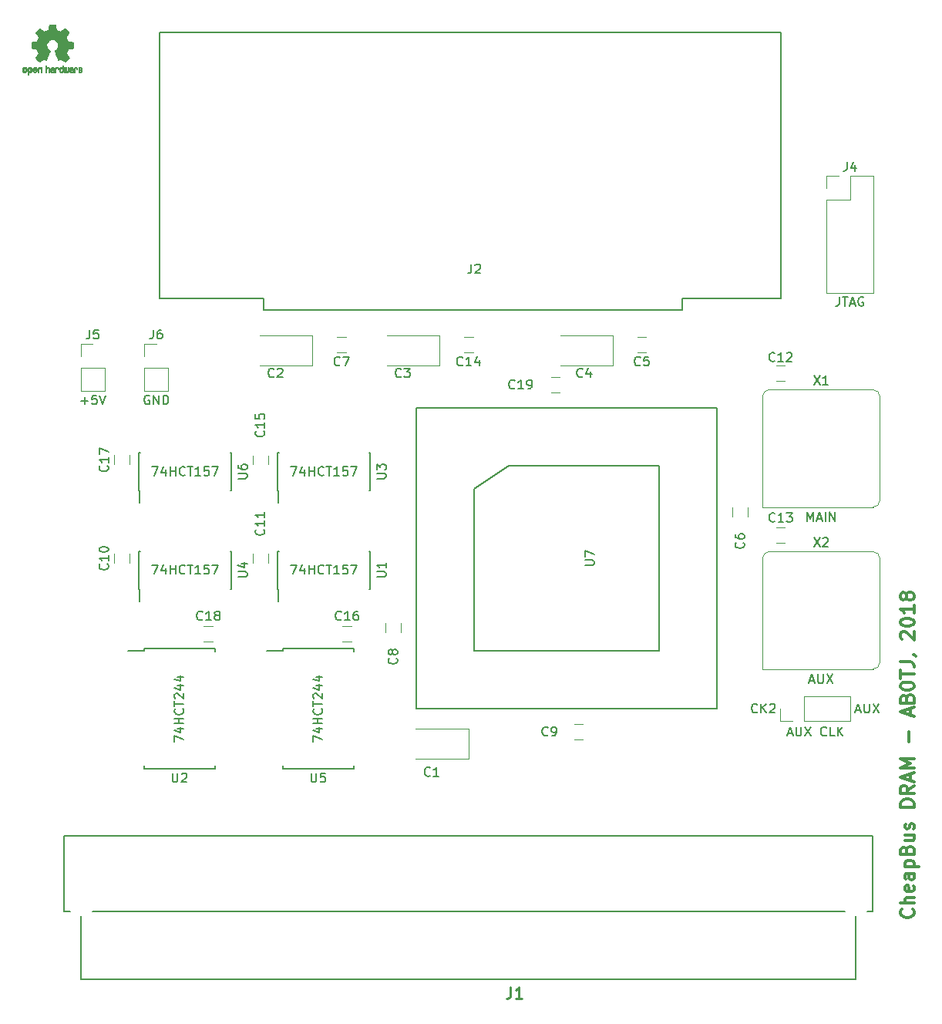
<source format=gbr>
G04 #@! TF.GenerationSoftware,KiCad,Pcbnew,(5.0.2)-1*
G04 #@! TF.CreationDate,2019-01-03T08:31:25-07:00*
G04 #@! TF.ProjectId,16MB DRAM,31364d42-2044-4524-914d-2e6b69636164,rev?*
G04 #@! TF.SameCoordinates,Original*
G04 #@! TF.FileFunction,Legend,Top*
G04 #@! TF.FilePolarity,Positive*
%FSLAX46Y46*%
G04 Gerber Fmt 4.6, Leading zero omitted, Abs format (unit mm)*
G04 Created by KiCad (PCBNEW (5.0.2)-1) date 1/3/2019 8:31:25 AM*
%MOMM*%
%LPD*%
G01*
G04 APERTURE LIST*
%ADD10C,0.150000*%
%ADD11C,0.300000*%
%ADD12C,0.010000*%
%ADD13C,0.120000*%
%ADD14C,0.152400*%
%ADD15C,0.254000*%
G04 APERTURE END LIST*
D10*
X110006190Y-103671666D02*
X110482380Y-103671666D01*
X109910952Y-103957380D02*
X110244285Y-102957380D01*
X110577619Y-103957380D01*
X110910952Y-102957380D02*
X110910952Y-103766904D01*
X110958571Y-103862142D01*
X111006190Y-103909761D01*
X111101428Y-103957380D01*
X111291904Y-103957380D01*
X111387142Y-103909761D01*
X111434761Y-103862142D01*
X111482380Y-103766904D01*
X111482380Y-102957380D01*
X111863333Y-102957380D02*
X112530000Y-103957380D01*
X112530000Y-102957380D02*
X111863333Y-103957380D01*
X114244285Y-103862142D02*
X114196666Y-103909761D01*
X114053809Y-103957380D01*
X113958571Y-103957380D01*
X113815714Y-103909761D01*
X113720476Y-103814523D01*
X113672857Y-103719285D01*
X113625238Y-103528809D01*
X113625238Y-103385952D01*
X113672857Y-103195476D01*
X113720476Y-103100238D01*
X113815714Y-103005000D01*
X113958571Y-102957380D01*
X114053809Y-102957380D01*
X114196666Y-103005000D01*
X114244285Y-103052619D01*
X115149047Y-103957380D02*
X114672857Y-103957380D01*
X114672857Y-102957380D01*
X115482380Y-103957380D02*
X115482380Y-102957380D01*
X116053809Y-103957380D02*
X115625238Y-103385952D01*
X116053809Y-102957380D02*
X115482380Y-103528809D01*
D11*
X123725714Y-122973571D02*
X123797142Y-123045000D01*
X123868571Y-123259285D01*
X123868571Y-123402142D01*
X123797142Y-123616428D01*
X123654285Y-123759285D01*
X123511428Y-123830714D01*
X123225714Y-123902142D01*
X123011428Y-123902142D01*
X122725714Y-123830714D01*
X122582857Y-123759285D01*
X122440000Y-123616428D01*
X122368571Y-123402142D01*
X122368571Y-123259285D01*
X122440000Y-123045000D01*
X122511428Y-122973571D01*
X123868571Y-122330714D02*
X122368571Y-122330714D01*
X123868571Y-121687857D02*
X123082857Y-121687857D01*
X122940000Y-121759285D01*
X122868571Y-121902142D01*
X122868571Y-122116428D01*
X122940000Y-122259285D01*
X123011428Y-122330714D01*
X123797142Y-120402142D02*
X123868571Y-120545000D01*
X123868571Y-120830714D01*
X123797142Y-120973571D01*
X123654285Y-121045000D01*
X123082857Y-121045000D01*
X122940000Y-120973571D01*
X122868571Y-120830714D01*
X122868571Y-120545000D01*
X122940000Y-120402142D01*
X123082857Y-120330714D01*
X123225714Y-120330714D01*
X123368571Y-121045000D01*
X123868571Y-119045000D02*
X123082857Y-119045000D01*
X122940000Y-119116428D01*
X122868571Y-119259285D01*
X122868571Y-119545000D01*
X122940000Y-119687857D01*
X123797142Y-119045000D02*
X123868571Y-119187857D01*
X123868571Y-119545000D01*
X123797142Y-119687857D01*
X123654285Y-119759285D01*
X123511428Y-119759285D01*
X123368571Y-119687857D01*
X123297142Y-119545000D01*
X123297142Y-119187857D01*
X123225714Y-119045000D01*
X122868571Y-118330714D02*
X124368571Y-118330714D01*
X122940000Y-118330714D02*
X122868571Y-118187857D01*
X122868571Y-117902142D01*
X122940000Y-117759285D01*
X123011428Y-117687857D01*
X123154285Y-117616428D01*
X123582857Y-117616428D01*
X123725714Y-117687857D01*
X123797142Y-117759285D01*
X123868571Y-117902142D01*
X123868571Y-118187857D01*
X123797142Y-118330714D01*
X123082857Y-116473571D02*
X123154285Y-116259285D01*
X123225714Y-116187857D01*
X123368571Y-116116428D01*
X123582857Y-116116428D01*
X123725714Y-116187857D01*
X123797142Y-116259285D01*
X123868571Y-116402142D01*
X123868571Y-116973571D01*
X122368571Y-116973571D01*
X122368571Y-116473571D01*
X122440000Y-116330714D01*
X122511428Y-116259285D01*
X122654285Y-116187857D01*
X122797142Y-116187857D01*
X122940000Y-116259285D01*
X123011428Y-116330714D01*
X123082857Y-116473571D01*
X123082857Y-116973571D01*
X122868571Y-114830714D02*
X123868571Y-114830714D01*
X122868571Y-115473571D02*
X123654285Y-115473571D01*
X123797142Y-115402142D01*
X123868571Y-115259285D01*
X123868571Y-115045000D01*
X123797142Y-114902142D01*
X123725714Y-114830714D01*
X123797142Y-114187857D02*
X123868571Y-114045000D01*
X123868571Y-113759285D01*
X123797142Y-113616428D01*
X123654285Y-113545000D01*
X123582857Y-113545000D01*
X123440000Y-113616428D01*
X123368571Y-113759285D01*
X123368571Y-113973571D01*
X123297142Y-114116428D01*
X123154285Y-114187857D01*
X123082857Y-114187857D01*
X122940000Y-114116428D01*
X122868571Y-113973571D01*
X122868571Y-113759285D01*
X122940000Y-113616428D01*
X123868571Y-111759285D02*
X122368571Y-111759285D01*
X122368571Y-111402142D01*
X122440000Y-111187857D01*
X122582857Y-111045000D01*
X122725714Y-110973571D01*
X123011428Y-110902142D01*
X123225714Y-110902142D01*
X123511428Y-110973571D01*
X123654285Y-111045000D01*
X123797142Y-111187857D01*
X123868571Y-111402142D01*
X123868571Y-111759285D01*
X123868571Y-109402142D02*
X123154285Y-109902142D01*
X123868571Y-110259285D02*
X122368571Y-110259285D01*
X122368571Y-109687857D01*
X122440000Y-109545000D01*
X122511428Y-109473571D01*
X122654285Y-109402142D01*
X122868571Y-109402142D01*
X123011428Y-109473571D01*
X123082857Y-109545000D01*
X123154285Y-109687857D01*
X123154285Y-110259285D01*
X123440000Y-108830714D02*
X123440000Y-108116428D01*
X123868571Y-108973571D02*
X122368571Y-108473571D01*
X123868571Y-107973571D01*
X123868571Y-107473571D02*
X122368571Y-107473571D01*
X123440000Y-106973571D01*
X122368571Y-106473571D01*
X123868571Y-106473571D01*
X123297142Y-104616428D02*
X123297142Y-103473571D01*
X123440000Y-101687857D02*
X123440000Y-100973571D01*
X123868571Y-101830714D02*
X122368571Y-101330714D01*
X123868571Y-100830714D01*
X123082857Y-99830714D02*
X123154285Y-99616428D01*
X123225714Y-99545000D01*
X123368571Y-99473571D01*
X123582857Y-99473571D01*
X123725714Y-99545000D01*
X123797142Y-99616428D01*
X123868571Y-99759285D01*
X123868571Y-100330714D01*
X122368571Y-100330714D01*
X122368571Y-99830714D01*
X122440000Y-99687857D01*
X122511428Y-99616428D01*
X122654285Y-99545000D01*
X122797142Y-99545000D01*
X122940000Y-99616428D01*
X123011428Y-99687857D01*
X123082857Y-99830714D01*
X123082857Y-100330714D01*
X122368571Y-98545000D02*
X122368571Y-98402142D01*
X122440000Y-98259285D01*
X122511428Y-98187857D01*
X122654285Y-98116428D01*
X122940000Y-98045000D01*
X123297142Y-98045000D01*
X123582857Y-98116428D01*
X123725714Y-98187857D01*
X123797142Y-98259285D01*
X123868571Y-98402142D01*
X123868571Y-98545000D01*
X123797142Y-98687857D01*
X123725714Y-98759285D01*
X123582857Y-98830714D01*
X123297142Y-98902142D01*
X122940000Y-98902142D01*
X122654285Y-98830714D01*
X122511428Y-98759285D01*
X122440000Y-98687857D01*
X122368571Y-98545000D01*
X122368571Y-97616428D02*
X122368571Y-96759285D01*
X123868571Y-97187857D02*
X122368571Y-97187857D01*
X122368571Y-95830714D02*
X123440000Y-95830714D01*
X123654285Y-95902142D01*
X123797142Y-96045000D01*
X123868571Y-96259285D01*
X123868571Y-96402142D01*
X123797142Y-95045000D02*
X123868571Y-95045000D01*
X124011428Y-95116428D01*
X124082857Y-95187857D01*
X122511428Y-93330714D02*
X122440000Y-93259285D01*
X122368571Y-93116428D01*
X122368571Y-92759285D01*
X122440000Y-92616428D01*
X122511428Y-92545000D01*
X122654285Y-92473571D01*
X122797142Y-92473571D01*
X123011428Y-92545000D01*
X123868571Y-93402142D01*
X123868571Y-92473571D01*
X122368571Y-91545000D02*
X122368571Y-91402142D01*
X122440000Y-91259285D01*
X122511428Y-91187857D01*
X122654285Y-91116428D01*
X122940000Y-91045000D01*
X123297142Y-91045000D01*
X123582857Y-91116428D01*
X123725714Y-91187857D01*
X123797142Y-91259285D01*
X123868571Y-91402142D01*
X123868571Y-91545000D01*
X123797142Y-91687857D01*
X123725714Y-91759285D01*
X123582857Y-91830714D01*
X123297142Y-91902142D01*
X122940000Y-91902142D01*
X122654285Y-91830714D01*
X122511428Y-91759285D01*
X122440000Y-91687857D01*
X122368571Y-91545000D01*
X123868571Y-89616428D02*
X123868571Y-90473571D01*
X123868571Y-90045000D02*
X122368571Y-90045000D01*
X122582857Y-90187857D01*
X122725714Y-90330714D01*
X122797142Y-90473571D01*
X123011428Y-88759285D02*
X122940000Y-88902142D01*
X122868571Y-88973571D01*
X122725714Y-89045000D01*
X122654285Y-89045000D01*
X122511428Y-88973571D01*
X122440000Y-88902142D01*
X122368571Y-88759285D01*
X122368571Y-88473571D01*
X122440000Y-88330714D01*
X122511428Y-88259285D01*
X122654285Y-88187857D01*
X122725714Y-88187857D01*
X122868571Y-88259285D01*
X122940000Y-88330714D01*
X123011428Y-88473571D01*
X123011428Y-88759285D01*
X123082857Y-88902142D01*
X123154285Y-88973571D01*
X123297142Y-89045000D01*
X123582857Y-89045000D01*
X123725714Y-88973571D01*
X123797142Y-88902142D01*
X123868571Y-88759285D01*
X123868571Y-88473571D01*
X123797142Y-88330714D01*
X123725714Y-88259285D01*
X123582857Y-88187857D01*
X123297142Y-88187857D01*
X123154285Y-88259285D01*
X123082857Y-88330714D01*
X123011428Y-88473571D01*
D10*
X117506904Y-101131666D02*
X117983095Y-101131666D01*
X117411666Y-101417380D02*
X117745000Y-100417380D01*
X118078333Y-101417380D01*
X118411666Y-100417380D02*
X118411666Y-101226904D01*
X118459285Y-101322142D01*
X118506904Y-101369761D01*
X118602142Y-101417380D01*
X118792619Y-101417380D01*
X118887857Y-101369761D01*
X118935476Y-101322142D01*
X118983095Y-101226904D01*
X118983095Y-100417380D01*
X119364047Y-100417380D02*
X120030714Y-101417380D01*
X120030714Y-100417380D02*
X119364047Y-101417380D01*
X106648333Y-101322142D02*
X106600714Y-101369761D01*
X106457857Y-101417380D01*
X106362619Y-101417380D01*
X106219761Y-101369761D01*
X106124523Y-101274523D01*
X106076904Y-101179285D01*
X106029285Y-100988809D01*
X106029285Y-100845952D01*
X106076904Y-100655476D01*
X106124523Y-100560238D01*
X106219761Y-100465000D01*
X106362619Y-100417380D01*
X106457857Y-100417380D01*
X106600714Y-100465000D01*
X106648333Y-100512619D01*
X107076904Y-101417380D02*
X107076904Y-100417380D01*
X107648333Y-101417380D02*
X107219761Y-100845952D01*
X107648333Y-100417380D02*
X107076904Y-100988809D01*
X108029285Y-100512619D02*
X108076904Y-100465000D01*
X108172142Y-100417380D01*
X108410238Y-100417380D01*
X108505476Y-100465000D01*
X108553095Y-100512619D01*
X108600714Y-100607857D01*
X108600714Y-100703095D01*
X108553095Y-100845952D01*
X107981666Y-101417380D01*
X108600714Y-101417380D01*
D12*
G04 #@! TO.C,REF\002A\002A\002A*
G36*
X26809744Y-30494918D02*
X26865201Y-30522568D01*
X26914148Y-30573480D01*
X26927629Y-30592338D01*
X26942314Y-30617015D01*
X26951842Y-30643816D01*
X26957293Y-30679587D01*
X26959747Y-30731169D01*
X26960286Y-30799267D01*
X26957852Y-30892588D01*
X26949394Y-30962657D01*
X26933174Y-31014931D01*
X26907454Y-31054869D01*
X26870497Y-31087929D01*
X26867782Y-31089886D01*
X26831360Y-31109908D01*
X26787502Y-31119815D01*
X26731724Y-31122257D01*
X26641048Y-31122257D01*
X26641010Y-31210283D01*
X26640166Y-31259308D01*
X26635024Y-31288065D01*
X26621587Y-31305311D01*
X26595858Y-31319808D01*
X26589679Y-31322769D01*
X26560764Y-31336648D01*
X26538376Y-31345414D01*
X26521729Y-31346171D01*
X26510036Y-31336023D01*
X26502510Y-31312073D01*
X26498366Y-31271426D01*
X26496815Y-31211186D01*
X26497071Y-31128455D01*
X26498349Y-31020339D01*
X26498748Y-30988000D01*
X26500185Y-30876524D01*
X26501472Y-30803603D01*
X26640971Y-30803603D01*
X26641755Y-30865499D01*
X26645240Y-30905997D01*
X26653124Y-30932708D01*
X26667105Y-30953244D01*
X26676597Y-30963260D01*
X26715404Y-30992567D01*
X26749763Y-30994952D01*
X26785216Y-30970750D01*
X26786114Y-30969857D01*
X26800539Y-30951153D01*
X26809313Y-30925732D01*
X26813739Y-30886584D01*
X26815118Y-30826697D01*
X26815143Y-30813430D01*
X26811812Y-30730901D01*
X26800969Y-30673691D01*
X26781340Y-30638766D01*
X26751650Y-30623094D01*
X26734491Y-30621514D01*
X26693766Y-30628926D01*
X26665832Y-30653330D01*
X26649017Y-30697980D01*
X26641650Y-30766130D01*
X26640971Y-30803603D01*
X26501472Y-30803603D01*
X26501708Y-30790245D01*
X26503677Y-30725333D01*
X26506450Y-30677958D01*
X26510388Y-30644290D01*
X26515849Y-30620498D01*
X26523192Y-30602753D01*
X26532777Y-30587224D01*
X26536887Y-30581381D01*
X26591405Y-30526185D01*
X26660336Y-30494890D01*
X26740072Y-30486165D01*
X26809744Y-30494918D01*
X26809744Y-30494918D01*
G37*
X26809744Y-30494918D02*
X26865201Y-30522568D01*
X26914148Y-30573480D01*
X26927629Y-30592338D01*
X26942314Y-30617015D01*
X26951842Y-30643816D01*
X26957293Y-30679587D01*
X26959747Y-30731169D01*
X26960286Y-30799267D01*
X26957852Y-30892588D01*
X26949394Y-30962657D01*
X26933174Y-31014931D01*
X26907454Y-31054869D01*
X26870497Y-31087929D01*
X26867782Y-31089886D01*
X26831360Y-31109908D01*
X26787502Y-31119815D01*
X26731724Y-31122257D01*
X26641048Y-31122257D01*
X26641010Y-31210283D01*
X26640166Y-31259308D01*
X26635024Y-31288065D01*
X26621587Y-31305311D01*
X26595858Y-31319808D01*
X26589679Y-31322769D01*
X26560764Y-31336648D01*
X26538376Y-31345414D01*
X26521729Y-31346171D01*
X26510036Y-31336023D01*
X26502510Y-31312073D01*
X26498366Y-31271426D01*
X26496815Y-31211186D01*
X26497071Y-31128455D01*
X26498349Y-31020339D01*
X26498748Y-30988000D01*
X26500185Y-30876524D01*
X26501472Y-30803603D01*
X26640971Y-30803603D01*
X26641755Y-30865499D01*
X26645240Y-30905997D01*
X26653124Y-30932708D01*
X26667105Y-30953244D01*
X26676597Y-30963260D01*
X26715404Y-30992567D01*
X26749763Y-30994952D01*
X26785216Y-30970750D01*
X26786114Y-30969857D01*
X26800539Y-30951153D01*
X26809313Y-30925732D01*
X26813739Y-30886584D01*
X26815118Y-30826697D01*
X26815143Y-30813430D01*
X26811812Y-30730901D01*
X26800969Y-30673691D01*
X26781340Y-30638766D01*
X26751650Y-30623094D01*
X26734491Y-30621514D01*
X26693766Y-30628926D01*
X26665832Y-30653330D01*
X26649017Y-30697980D01*
X26641650Y-30766130D01*
X26640971Y-30803603D01*
X26501472Y-30803603D01*
X26501708Y-30790245D01*
X26503677Y-30725333D01*
X26506450Y-30677958D01*
X26510388Y-30644290D01*
X26515849Y-30620498D01*
X26523192Y-30602753D01*
X26532777Y-30587224D01*
X26536887Y-30581381D01*
X26591405Y-30526185D01*
X26660336Y-30494890D01*
X26740072Y-30486165D01*
X26809744Y-30494918D01*
G36*
X27926093Y-30502780D02*
X27972672Y-30529723D01*
X28005057Y-30556466D01*
X28028742Y-30584484D01*
X28045059Y-30618748D01*
X28055339Y-30664227D01*
X28060914Y-30725892D01*
X28063116Y-30808711D01*
X28063371Y-30868246D01*
X28063371Y-31087391D01*
X28001686Y-31115044D01*
X27940000Y-31142697D01*
X27932743Y-30902670D01*
X27929744Y-30813028D01*
X27926598Y-30747962D01*
X27922701Y-30703026D01*
X27917447Y-30673770D01*
X27910231Y-30655748D01*
X27900450Y-30644511D01*
X27897312Y-30642079D01*
X27849761Y-30623083D01*
X27801697Y-30630600D01*
X27773086Y-30650543D01*
X27761447Y-30664675D01*
X27753391Y-30683220D01*
X27748271Y-30711334D01*
X27745441Y-30754173D01*
X27744256Y-30816895D01*
X27744057Y-30882261D01*
X27744018Y-30964268D01*
X27742614Y-31022316D01*
X27737914Y-31061465D01*
X27727987Y-31086780D01*
X27710903Y-31103323D01*
X27684732Y-31116156D01*
X27649775Y-31129491D01*
X27611596Y-31144007D01*
X27616141Y-30886389D01*
X27617971Y-30793519D01*
X27620112Y-30724889D01*
X27623181Y-30675711D01*
X27627794Y-30641198D01*
X27634568Y-30616562D01*
X27644119Y-30597016D01*
X27655634Y-30579770D01*
X27711190Y-30524680D01*
X27778980Y-30492822D01*
X27852713Y-30485191D01*
X27926093Y-30502780D01*
X27926093Y-30502780D01*
G37*
X27926093Y-30502780D02*
X27972672Y-30529723D01*
X28005057Y-30556466D01*
X28028742Y-30584484D01*
X28045059Y-30618748D01*
X28055339Y-30664227D01*
X28060914Y-30725892D01*
X28063116Y-30808711D01*
X28063371Y-30868246D01*
X28063371Y-31087391D01*
X28001686Y-31115044D01*
X27940000Y-31142697D01*
X27932743Y-30902670D01*
X27929744Y-30813028D01*
X27926598Y-30747962D01*
X27922701Y-30703026D01*
X27917447Y-30673770D01*
X27910231Y-30655748D01*
X27900450Y-30644511D01*
X27897312Y-30642079D01*
X27849761Y-30623083D01*
X27801697Y-30630600D01*
X27773086Y-30650543D01*
X27761447Y-30664675D01*
X27753391Y-30683220D01*
X27748271Y-30711334D01*
X27745441Y-30754173D01*
X27744256Y-30816895D01*
X27744057Y-30882261D01*
X27744018Y-30964268D01*
X27742614Y-31022316D01*
X27737914Y-31061465D01*
X27727987Y-31086780D01*
X27710903Y-31103323D01*
X27684732Y-31116156D01*
X27649775Y-31129491D01*
X27611596Y-31144007D01*
X27616141Y-30886389D01*
X27617971Y-30793519D01*
X27620112Y-30724889D01*
X27623181Y-30675711D01*
X27627794Y-30641198D01*
X27634568Y-30616562D01*
X27644119Y-30597016D01*
X27655634Y-30579770D01*
X27711190Y-30524680D01*
X27778980Y-30492822D01*
X27852713Y-30485191D01*
X27926093Y-30502780D01*
G36*
X26251115Y-30496962D02*
X26319145Y-30532733D01*
X26369351Y-30590301D01*
X26387185Y-30627312D01*
X26401063Y-30682882D01*
X26408167Y-30753096D01*
X26408840Y-30829727D01*
X26403427Y-30904552D01*
X26392270Y-30969342D01*
X26375714Y-31015873D01*
X26370626Y-31023887D01*
X26310355Y-31083707D01*
X26238769Y-31119535D01*
X26161092Y-31130020D01*
X26082548Y-31113810D01*
X26060689Y-31104092D01*
X26018122Y-31074143D01*
X25980763Y-31034433D01*
X25977232Y-31029397D01*
X25962881Y-31005124D01*
X25953394Y-30979178D01*
X25947790Y-30945022D01*
X25945086Y-30896119D01*
X25944299Y-30825935D01*
X25944286Y-30810200D01*
X25944322Y-30805192D01*
X26089429Y-30805192D01*
X26090273Y-30871430D01*
X26093596Y-30915386D01*
X26100583Y-30943779D01*
X26112416Y-30963325D01*
X26118457Y-30969857D01*
X26153186Y-30994680D01*
X26186903Y-30993548D01*
X26220995Y-30972016D01*
X26241329Y-30949029D01*
X26253371Y-30915478D01*
X26260134Y-30862569D01*
X26260598Y-30856399D01*
X26261752Y-30760513D01*
X26249688Y-30689299D01*
X26224570Y-30643194D01*
X26186560Y-30622635D01*
X26172992Y-30621514D01*
X26137364Y-30627152D01*
X26112994Y-30646686D01*
X26098093Y-30684042D01*
X26090875Y-30743150D01*
X26089429Y-30805192D01*
X25944322Y-30805192D01*
X25944826Y-30735413D01*
X25947096Y-30683159D01*
X25952068Y-30646949D01*
X25960713Y-30620299D01*
X25974005Y-30596722D01*
X25976943Y-30592338D01*
X26026313Y-30533249D01*
X26080109Y-30498947D01*
X26145602Y-30485331D01*
X26167842Y-30484665D01*
X26251115Y-30496962D01*
X26251115Y-30496962D01*
G37*
X26251115Y-30496962D02*
X26319145Y-30532733D01*
X26369351Y-30590301D01*
X26387185Y-30627312D01*
X26401063Y-30682882D01*
X26408167Y-30753096D01*
X26408840Y-30829727D01*
X26403427Y-30904552D01*
X26392270Y-30969342D01*
X26375714Y-31015873D01*
X26370626Y-31023887D01*
X26310355Y-31083707D01*
X26238769Y-31119535D01*
X26161092Y-31130020D01*
X26082548Y-31113810D01*
X26060689Y-31104092D01*
X26018122Y-31074143D01*
X25980763Y-31034433D01*
X25977232Y-31029397D01*
X25962881Y-31005124D01*
X25953394Y-30979178D01*
X25947790Y-30945022D01*
X25945086Y-30896119D01*
X25944299Y-30825935D01*
X25944286Y-30810200D01*
X25944322Y-30805192D01*
X26089429Y-30805192D01*
X26090273Y-30871430D01*
X26093596Y-30915386D01*
X26100583Y-30943779D01*
X26112416Y-30963325D01*
X26118457Y-30969857D01*
X26153186Y-30994680D01*
X26186903Y-30993548D01*
X26220995Y-30972016D01*
X26241329Y-30949029D01*
X26253371Y-30915478D01*
X26260134Y-30862569D01*
X26260598Y-30856399D01*
X26261752Y-30760513D01*
X26249688Y-30689299D01*
X26224570Y-30643194D01*
X26186560Y-30622635D01*
X26172992Y-30621514D01*
X26137364Y-30627152D01*
X26112994Y-30646686D01*
X26098093Y-30684042D01*
X26090875Y-30743150D01*
X26089429Y-30805192D01*
X25944322Y-30805192D01*
X25944826Y-30735413D01*
X25947096Y-30683159D01*
X25952068Y-30646949D01*
X25960713Y-30620299D01*
X25974005Y-30596722D01*
X25976943Y-30592338D01*
X26026313Y-30533249D01*
X26080109Y-30498947D01*
X26145602Y-30485331D01*
X26167842Y-30484665D01*
X26251115Y-30496962D01*
G36*
X27378303Y-30506239D02*
X27435527Y-30544735D01*
X27479749Y-30600335D01*
X27506167Y-30671086D01*
X27511510Y-30723162D01*
X27510903Y-30744893D01*
X27505822Y-30761531D01*
X27491855Y-30776437D01*
X27464589Y-30792973D01*
X27419612Y-30814498D01*
X27352511Y-30844374D01*
X27352171Y-30844524D01*
X27290407Y-30872813D01*
X27239759Y-30897933D01*
X27205404Y-30917179D01*
X27192518Y-30927848D01*
X27192514Y-30927934D01*
X27203872Y-30951166D01*
X27230431Y-30976774D01*
X27260923Y-30995221D01*
X27276370Y-30998886D01*
X27318515Y-30986212D01*
X27354808Y-30954471D01*
X27372517Y-30919572D01*
X27389552Y-30893845D01*
X27422922Y-30864546D01*
X27462149Y-30839235D01*
X27496756Y-30825471D01*
X27503993Y-30824714D01*
X27512139Y-30837160D01*
X27512630Y-30868972D01*
X27506643Y-30911866D01*
X27495357Y-30957558D01*
X27479950Y-30997761D01*
X27479171Y-30999322D01*
X27432804Y-31064062D01*
X27372711Y-31108097D01*
X27304465Y-31129711D01*
X27233638Y-31127185D01*
X27165804Y-31098804D01*
X27162788Y-31096808D01*
X27109427Y-31048448D01*
X27074340Y-30985352D01*
X27054922Y-30902387D01*
X27052316Y-30879078D01*
X27047701Y-30769055D01*
X27053233Y-30717748D01*
X27192514Y-30717748D01*
X27194324Y-30749753D01*
X27204222Y-30759093D01*
X27228898Y-30752105D01*
X27267795Y-30735587D01*
X27311275Y-30714881D01*
X27312356Y-30714333D01*
X27349209Y-30694949D01*
X27364000Y-30682013D01*
X27360353Y-30668451D01*
X27344995Y-30650632D01*
X27305923Y-30624845D01*
X27263846Y-30622950D01*
X27226103Y-30641717D01*
X27200034Y-30677915D01*
X27192514Y-30717748D01*
X27053233Y-30717748D01*
X27057194Y-30681027D01*
X27081550Y-30611212D01*
X27115456Y-30562302D01*
X27176653Y-30512878D01*
X27244063Y-30488359D01*
X27312880Y-30486797D01*
X27378303Y-30506239D01*
X27378303Y-30506239D01*
G37*
X27378303Y-30506239D02*
X27435527Y-30544735D01*
X27479749Y-30600335D01*
X27506167Y-30671086D01*
X27511510Y-30723162D01*
X27510903Y-30744893D01*
X27505822Y-30761531D01*
X27491855Y-30776437D01*
X27464589Y-30792973D01*
X27419612Y-30814498D01*
X27352511Y-30844374D01*
X27352171Y-30844524D01*
X27290407Y-30872813D01*
X27239759Y-30897933D01*
X27205404Y-30917179D01*
X27192518Y-30927848D01*
X27192514Y-30927934D01*
X27203872Y-30951166D01*
X27230431Y-30976774D01*
X27260923Y-30995221D01*
X27276370Y-30998886D01*
X27318515Y-30986212D01*
X27354808Y-30954471D01*
X27372517Y-30919572D01*
X27389552Y-30893845D01*
X27422922Y-30864546D01*
X27462149Y-30839235D01*
X27496756Y-30825471D01*
X27503993Y-30824714D01*
X27512139Y-30837160D01*
X27512630Y-30868972D01*
X27506643Y-30911866D01*
X27495357Y-30957558D01*
X27479950Y-30997761D01*
X27479171Y-30999322D01*
X27432804Y-31064062D01*
X27372711Y-31108097D01*
X27304465Y-31129711D01*
X27233638Y-31127185D01*
X27165804Y-31098804D01*
X27162788Y-31096808D01*
X27109427Y-31048448D01*
X27074340Y-30985352D01*
X27054922Y-30902387D01*
X27052316Y-30879078D01*
X27047701Y-30769055D01*
X27053233Y-30717748D01*
X27192514Y-30717748D01*
X27194324Y-30749753D01*
X27204222Y-30759093D01*
X27228898Y-30752105D01*
X27267795Y-30735587D01*
X27311275Y-30714881D01*
X27312356Y-30714333D01*
X27349209Y-30694949D01*
X27364000Y-30682013D01*
X27360353Y-30668451D01*
X27344995Y-30650632D01*
X27305923Y-30624845D01*
X27263846Y-30622950D01*
X27226103Y-30641717D01*
X27200034Y-30677915D01*
X27192514Y-30717748D01*
X27053233Y-30717748D01*
X27057194Y-30681027D01*
X27081550Y-30611212D01*
X27115456Y-30562302D01*
X27176653Y-30512878D01*
X27244063Y-30488359D01*
X27312880Y-30486797D01*
X27378303Y-30506239D01*
G36*
X28585886Y-30426289D02*
X28590139Y-30485613D01*
X28595025Y-30520572D01*
X28601795Y-30535820D01*
X28611702Y-30536015D01*
X28614914Y-30534195D01*
X28657644Y-30521015D01*
X28713227Y-30521785D01*
X28769737Y-30535333D01*
X28805082Y-30552861D01*
X28841321Y-30580861D01*
X28867813Y-30612549D01*
X28885999Y-30652813D01*
X28897322Y-30706543D01*
X28903222Y-30778626D01*
X28905143Y-30873951D01*
X28905177Y-30892237D01*
X28905200Y-31097646D01*
X28859491Y-31113580D01*
X28827027Y-31124420D01*
X28809215Y-31129468D01*
X28808691Y-31129514D01*
X28806937Y-31115828D01*
X28805444Y-31078076D01*
X28804326Y-31021224D01*
X28803697Y-30950234D01*
X28803600Y-30907073D01*
X28803398Y-30821973D01*
X28802358Y-30760981D01*
X28799831Y-30719177D01*
X28795164Y-30691642D01*
X28787707Y-30673456D01*
X28776811Y-30659698D01*
X28770007Y-30653073D01*
X28723272Y-30626375D01*
X28672272Y-30624375D01*
X28626001Y-30646955D01*
X28617444Y-30655107D01*
X28604893Y-30670436D01*
X28596188Y-30688618D01*
X28590631Y-30714909D01*
X28587526Y-30754562D01*
X28586176Y-30812832D01*
X28585886Y-30893173D01*
X28585886Y-31097646D01*
X28540177Y-31113580D01*
X28507713Y-31124420D01*
X28489901Y-31129468D01*
X28489377Y-31129514D01*
X28488037Y-31115623D01*
X28486828Y-31076439D01*
X28485801Y-31015700D01*
X28485002Y-30937141D01*
X28484481Y-30844498D01*
X28484286Y-30741509D01*
X28484286Y-30344342D01*
X28531457Y-30324444D01*
X28578629Y-30304547D01*
X28585886Y-30426289D01*
X28585886Y-30426289D01*
G37*
X28585886Y-30426289D02*
X28590139Y-30485613D01*
X28595025Y-30520572D01*
X28601795Y-30535820D01*
X28611702Y-30536015D01*
X28614914Y-30534195D01*
X28657644Y-30521015D01*
X28713227Y-30521785D01*
X28769737Y-30535333D01*
X28805082Y-30552861D01*
X28841321Y-30580861D01*
X28867813Y-30612549D01*
X28885999Y-30652813D01*
X28897322Y-30706543D01*
X28903222Y-30778626D01*
X28905143Y-30873951D01*
X28905177Y-30892237D01*
X28905200Y-31097646D01*
X28859491Y-31113580D01*
X28827027Y-31124420D01*
X28809215Y-31129468D01*
X28808691Y-31129514D01*
X28806937Y-31115828D01*
X28805444Y-31078076D01*
X28804326Y-31021224D01*
X28803697Y-30950234D01*
X28803600Y-30907073D01*
X28803398Y-30821973D01*
X28802358Y-30760981D01*
X28799831Y-30719177D01*
X28795164Y-30691642D01*
X28787707Y-30673456D01*
X28776811Y-30659698D01*
X28770007Y-30653073D01*
X28723272Y-30626375D01*
X28672272Y-30624375D01*
X28626001Y-30646955D01*
X28617444Y-30655107D01*
X28604893Y-30670436D01*
X28596188Y-30688618D01*
X28590631Y-30714909D01*
X28587526Y-30754562D01*
X28586176Y-30812832D01*
X28585886Y-30893173D01*
X28585886Y-31097646D01*
X28540177Y-31113580D01*
X28507713Y-31124420D01*
X28489901Y-31129468D01*
X28489377Y-31129514D01*
X28488037Y-31115623D01*
X28486828Y-31076439D01*
X28485801Y-31015700D01*
X28485002Y-30937141D01*
X28484481Y-30844498D01*
X28484286Y-30741509D01*
X28484286Y-30344342D01*
X28531457Y-30324444D01*
X28578629Y-30304547D01*
X28585886Y-30426289D01*
G36*
X29249744Y-30525968D02*
X29306616Y-30547087D01*
X29307267Y-30547493D01*
X29342440Y-30573380D01*
X29368407Y-30603633D01*
X29386670Y-30643058D01*
X29398732Y-30696462D01*
X29406096Y-30768651D01*
X29410264Y-30864432D01*
X29410629Y-30878078D01*
X29415876Y-31083842D01*
X29371716Y-31106678D01*
X29339763Y-31122110D01*
X29320470Y-31129423D01*
X29319578Y-31129514D01*
X29316239Y-31116022D01*
X29313587Y-31079626D01*
X29311956Y-31026452D01*
X29311600Y-30983393D01*
X29311592Y-30913641D01*
X29308403Y-30869837D01*
X29297288Y-30848944D01*
X29273501Y-30847925D01*
X29232296Y-30863741D01*
X29170086Y-30892815D01*
X29124341Y-30916963D01*
X29100813Y-30937913D01*
X29093896Y-30960747D01*
X29093886Y-30961877D01*
X29105299Y-31001212D01*
X29139092Y-31022462D01*
X29190809Y-31025539D01*
X29228061Y-31025006D01*
X29247703Y-31035735D01*
X29259952Y-31061505D01*
X29267002Y-31094337D01*
X29256842Y-31112966D01*
X29253017Y-31115632D01*
X29217001Y-31126340D01*
X29166566Y-31127856D01*
X29114626Y-31120759D01*
X29077822Y-31107788D01*
X29026938Y-31064585D01*
X28998014Y-31004446D01*
X28992286Y-30957462D01*
X28996657Y-30915082D01*
X29012475Y-30880488D01*
X29043797Y-30849763D01*
X29094678Y-30818990D01*
X29169176Y-30784252D01*
X29173714Y-30782288D01*
X29240821Y-30751287D01*
X29282232Y-30725862D01*
X29299981Y-30703014D01*
X29296107Y-30679745D01*
X29272643Y-30653056D01*
X29265627Y-30646914D01*
X29218630Y-30623100D01*
X29169933Y-30624103D01*
X29127522Y-30647451D01*
X29099384Y-30690675D01*
X29096769Y-30699160D01*
X29071308Y-30740308D01*
X29039001Y-30760128D01*
X28992286Y-30779770D01*
X28992286Y-30728950D01*
X29006496Y-30655082D01*
X29048675Y-30587327D01*
X29070624Y-30564661D01*
X29120517Y-30535569D01*
X29183967Y-30522400D01*
X29249744Y-30525968D01*
X29249744Y-30525968D01*
G37*
X29249744Y-30525968D02*
X29306616Y-30547087D01*
X29307267Y-30547493D01*
X29342440Y-30573380D01*
X29368407Y-30603633D01*
X29386670Y-30643058D01*
X29398732Y-30696462D01*
X29406096Y-30768651D01*
X29410264Y-30864432D01*
X29410629Y-30878078D01*
X29415876Y-31083842D01*
X29371716Y-31106678D01*
X29339763Y-31122110D01*
X29320470Y-31129423D01*
X29319578Y-31129514D01*
X29316239Y-31116022D01*
X29313587Y-31079626D01*
X29311956Y-31026452D01*
X29311600Y-30983393D01*
X29311592Y-30913641D01*
X29308403Y-30869837D01*
X29297288Y-30848944D01*
X29273501Y-30847925D01*
X29232296Y-30863741D01*
X29170086Y-30892815D01*
X29124341Y-30916963D01*
X29100813Y-30937913D01*
X29093896Y-30960747D01*
X29093886Y-30961877D01*
X29105299Y-31001212D01*
X29139092Y-31022462D01*
X29190809Y-31025539D01*
X29228061Y-31025006D01*
X29247703Y-31035735D01*
X29259952Y-31061505D01*
X29267002Y-31094337D01*
X29256842Y-31112966D01*
X29253017Y-31115632D01*
X29217001Y-31126340D01*
X29166566Y-31127856D01*
X29114626Y-31120759D01*
X29077822Y-31107788D01*
X29026938Y-31064585D01*
X28998014Y-31004446D01*
X28992286Y-30957462D01*
X28996657Y-30915082D01*
X29012475Y-30880488D01*
X29043797Y-30849763D01*
X29094678Y-30818990D01*
X29169176Y-30784252D01*
X29173714Y-30782288D01*
X29240821Y-30751287D01*
X29282232Y-30725862D01*
X29299981Y-30703014D01*
X29296107Y-30679745D01*
X29272643Y-30653056D01*
X29265627Y-30646914D01*
X29218630Y-30623100D01*
X29169933Y-30624103D01*
X29127522Y-30647451D01*
X29099384Y-30690675D01*
X29096769Y-30699160D01*
X29071308Y-30740308D01*
X29039001Y-30760128D01*
X28992286Y-30779770D01*
X28992286Y-30728950D01*
X29006496Y-30655082D01*
X29048675Y-30587327D01*
X29070624Y-30564661D01*
X29120517Y-30535569D01*
X29183967Y-30522400D01*
X29249744Y-30525968D01*
G36*
X29739926Y-30524755D02*
X29805858Y-30549084D01*
X29859273Y-30592117D01*
X29880164Y-30622409D01*
X29902939Y-30677994D01*
X29902466Y-30718186D01*
X29878562Y-30745217D01*
X29869717Y-30749813D01*
X29831530Y-30764144D01*
X29812028Y-30760472D01*
X29805422Y-30736407D01*
X29805086Y-30723114D01*
X29792992Y-30674210D01*
X29761471Y-30639999D01*
X29717659Y-30623476D01*
X29668695Y-30627634D01*
X29628894Y-30649227D01*
X29615450Y-30661544D01*
X29605921Y-30676487D01*
X29599485Y-30699075D01*
X29595317Y-30734328D01*
X29592597Y-30787266D01*
X29590502Y-30862907D01*
X29589960Y-30886857D01*
X29587981Y-30968790D01*
X29585731Y-31026455D01*
X29582357Y-31064608D01*
X29577006Y-31088004D01*
X29568824Y-31101398D01*
X29556959Y-31109545D01*
X29549362Y-31113144D01*
X29517102Y-31125452D01*
X29498111Y-31129514D01*
X29491836Y-31115948D01*
X29488006Y-31074934D01*
X29486600Y-31005999D01*
X29487598Y-30908669D01*
X29487908Y-30893657D01*
X29490101Y-30804859D01*
X29492693Y-30740019D01*
X29496382Y-30694067D01*
X29501864Y-30661935D01*
X29509835Y-30638553D01*
X29520993Y-30618852D01*
X29526830Y-30610410D01*
X29560296Y-30573057D01*
X29597727Y-30544003D01*
X29602309Y-30541467D01*
X29669426Y-30521443D01*
X29739926Y-30524755D01*
X29739926Y-30524755D01*
G37*
X29739926Y-30524755D02*
X29805858Y-30549084D01*
X29859273Y-30592117D01*
X29880164Y-30622409D01*
X29902939Y-30677994D01*
X29902466Y-30718186D01*
X29878562Y-30745217D01*
X29869717Y-30749813D01*
X29831530Y-30764144D01*
X29812028Y-30760472D01*
X29805422Y-30736407D01*
X29805086Y-30723114D01*
X29792992Y-30674210D01*
X29761471Y-30639999D01*
X29717659Y-30623476D01*
X29668695Y-30627634D01*
X29628894Y-30649227D01*
X29615450Y-30661544D01*
X29605921Y-30676487D01*
X29599485Y-30699075D01*
X29595317Y-30734328D01*
X29592597Y-30787266D01*
X29590502Y-30862907D01*
X29589960Y-30886857D01*
X29587981Y-30968790D01*
X29585731Y-31026455D01*
X29582357Y-31064608D01*
X29577006Y-31088004D01*
X29568824Y-31101398D01*
X29556959Y-31109545D01*
X29549362Y-31113144D01*
X29517102Y-31125452D01*
X29498111Y-31129514D01*
X29491836Y-31115948D01*
X29488006Y-31074934D01*
X29486600Y-31005999D01*
X29487598Y-30908669D01*
X29487908Y-30893657D01*
X29490101Y-30804859D01*
X29492693Y-30740019D01*
X29496382Y-30694067D01*
X29501864Y-30661935D01*
X29509835Y-30638553D01*
X29520993Y-30618852D01*
X29526830Y-30610410D01*
X29560296Y-30573057D01*
X29597727Y-30544003D01*
X29602309Y-30541467D01*
X29669426Y-30521443D01*
X29739926Y-30524755D01*
G36*
X30400117Y-30640358D02*
X30399933Y-30748837D01*
X30399219Y-30832287D01*
X30397675Y-30894704D01*
X30395001Y-30940085D01*
X30390894Y-30972429D01*
X30385055Y-30995733D01*
X30377182Y-31013995D01*
X30371221Y-31024418D01*
X30321855Y-31080945D01*
X30259264Y-31116377D01*
X30190013Y-31129090D01*
X30120668Y-31117463D01*
X30079375Y-31096568D01*
X30036025Y-31060422D01*
X30006481Y-31016276D01*
X29988655Y-30958462D01*
X29980463Y-30881313D01*
X29979302Y-30824714D01*
X29979458Y-30820647D01*
X30080857Y-30820647D01*
X30081476Y-30885550D01*
X30084314Y-30928514D01*
X30090840Y-30956622D01*
X30102523Y-30976953D01*
X30116483Y-30992288D01*
X30163365Y-31021890D01*
X30213701Y-31024419D01*
X30261276Y-30999705D01*
X30264979Y-30996356D01*
X30280783Y-30978935D01*
X30290693Y-30958209D01*
X30296058Y-30927362D01*
X30298228Y-30879577D01*
X30298571Y-30826748D01*
X30297827Y-30760381D01*
X30294748Y-30716106D01*
X30288061Y-30687009D01*
X30276496Y-30666173D01*
X30267013Y-30655107D01*
X30222960Y-30627198D01*
X30172224Y-30623843D01*
X30123796Y-30645159D01*
X30114450Y-30653073D01*
X30098540Y-30670647D01*
X30088610Y-30691587D01*
X30083278Y-30722782D01*
X30081163Y-30771122D01*
X30080857Y-30820647D01*
X29979458Y-30820647D01*
X29982810Y-30733568D01*
X29994726Y-30665086D01*
X30017135Y-30613600D01*
X30052124Y-30573443D01*
X30079375Y-30552861D01*
X30128907Y-30530625D01*
X30186316Y-30520304D01*
X30239682Y-30523067D01*
X30269543Y-30534212D01*
X30281261Y-30537383D01*
X30289037Y-30525557D01*
X30294465Y-30493866D01*
X30298571Y-30445593D01*
X30303067Y-30391829D01*
X30309313Y-30359482D01*
X30320676Y-30340985D01*
X30340528Y-30328770D01*
X30353000Y-30323362D01*
X30400171Y-30303601D01*
X30400117Y-30640358D01*
X30400117Y-30640358D01*
G37*
X30400117Y-30640358D02*
X30399933Y-30748837D01*
X30399219Y-30832287D01*
X30397675Y-30894704D01*
X30395001Y-30940085D01*
X30390894Y-30972429D01*
X30385055Y-30995733D01*
X30377182Y-31013995D01*
X30371221Y-31024418D01*
X30321855Y-31080945D01*
X30259264Y-31116377D01*
X30190013Y-31129090D01*
X30120668Y-31117463D01*
X30079375Y-31096568D01*
X30036025Y-31060422D01*
X30006481Y-31016276D01*
X29988655Y-30958462D01*
X29980463Y-30881313D01*
X29979302Y-30824714D01*
X29979458Y-30820647D01*
X30080857Y-30820647D01*
X30081476Y-30885550D01*
X30084314Y-30928514D01*
X30090840Y-30956622D01*
X30102523Y-30976953D01*
X30116483Y-30992288D01*
X30163365Y-31021890D01*
X30213701Y-31024419D01*
X30261276Y-30999705D01*
X30264979Y-30996356D01*
X30280783Y-30978935D01*
X30290693Y-30958209D01*
X30296058Y-30927362D01*
X30298228Y-30879577D01*
X30298571Y-30826748D01*
X30297827Y-30760381D01*
X30294748Y-30716106D01*
X30288061Y-30687009D01*
X30276496Y-30666173D01*
X30267013Y-30655107D01*
X30222960Y-30627198D01*
X30172224Y-30623843D01*
X30123796Y-30645159D01*
X30114450Y-30653073D01*
X30098540Y-30670647D01*
X30088610Y-30691587D01*
X30083278Y-30722782D01*
X30081163Y-30771122D01*
X30080857Y-30820647D01*
X29979458Y-30820647D01*
X29982810Y-30733568D01*
X29994726Y-30665086D01*
X30017135Y-30613600D01*
X30052124Y-30573443D01*
X30079375Y-30552861D01*
X30128907Y-30530625D01*
X30186316Y-30520304D01*
X30239682Y-30523067D01*
X30269543Y-30534212D01*
X30281261Y-30537383D01*
X30289037Y-30525557D01*
X30294465Y-30493866D01*
X30298571Y-30445593D01*
X30303067Y-30391829D01*
X30309313Y-30359482D01*
X30320676Y-30340985D01*
X30340528Y-30328770D01*
X30353000Y-30323362D01*
X30400171Y-30303601D01*
X30400117Y-30640358D01*
G36*
X30989833Y-30533663D02*
X30992048Y-30571850D01*
X30993784Y-30629886D01*
X30994899Y-30703180D01*
X30995257Y-30780055D01*
X30995257Y-31040196D01*
X30949326Y-31086127D01*
X30917675Y-31114429D01*
X30889890Y-31125893D01*
X30851915Y-31125168D01*
X30836840Y-31123321D01*
X30789726Y-31117948D01*
X30750756Y-31114869D01*
X30741257Y-31114585D01*
X30709233Y-31116445D01*
X30663432Y-31121114D01*
X30645674Y-31123321D01*
X30602057Y-31126735D01*
X30572745Y-31119320D01*
X30543680Y-31096427D01*
X30533188Y-31086127D01*
X30487257Y-31040196D01*
X30487257Y-30553602D01*
X30524226Y-30536758D01*
X30556059Y-30524282D01*
X30574683Y-30519914D01*
X30579458Y-30533718D01*
X30583921Y-30572286D01*
X30587775Y-30631356D01*
X30590722Y-30706663D01*
X30592143Y-30770286D01*
X30596114Y-31020657D01*
X30630759Y-31025556D01*
X30662268Y-31022131D01*
X30677708Y-31011041D01*
X30682023Y-30990308D01*
X30685708Y-30946145D01*
X30688469Y-30884146D01*
X30690012Y-30809909D01*
X30690235Y-30771706D01*
X30690457Y-30551783D01*
X30736166Y-30535849D01*
X30768518Y-30525015D01*
X30786115Y-30519962D01*
X30786623Y-30519914D01*
X30788388Y-30533648D01*
X30790329Y-30571730D01*
X30792282Y-30629482D01*
X30794084Y-30702227D01*
X30795343Y-30770286D01*
X30799314Y-31020657D01*
X30886400Y-31020657D01*
X30890396Y-30792240D01*
X30894392Y-30563822D01*
X30936847Y-30541868D01*
X30968192Y-30526793D01*
X30986744Y-30519951D01*
X30987279Y-30519914D01*
X30989833Y-30533663D01*
X30989833Y-30533663D01*
G37*
X30989833Y-30533663D02*
X30992048Y-30571850D01*
X30993784Y-30629886D01*
X30994899Y-30703180D01*
X30995257Y-30780055D01*
X30995257Y-31040196D01*
X30949326Y-31086127D01*
X30917675Y-31114429D01*
X30889890Y-31125893D01*
X30851915Y-31125168D01*
X30836840Y-31123321D01*
X30789726Y-31117948D01*
X30750756Y-31114869D01*
X30741257Y-31114585D01*
X30709233Y-31116445D01*
X30663432Y-31121114D01*
X30645674Y-31123321D01*
X30602057Y-31126735D01*
X30572745Y-31119320D01*
X30543680Y-31096427D01*
X30533188Y-31086127D01*
X30487257Y-31040196D01*
X30487257Y-30553602D01*
X30524226Y-30536758D01*
X30556059Y-30524282D01*
X30574683Y-30519914D01*
X30579458Y-30533718D01*
X30583921Y-30572286D01*
X30587775Y-30631356D01*
X30590722Y-30706663D01*
X30592143Y-30770286D01*
X30596114Y-31020657D01*
X30630759Y-31025556D01*
X30662268Y-31022131D01*
X30677708Y-31011041D01*
X30682023Y-30990308D01*
X30685708Y-30946145D01*
X30688469Y-30884146D01*
X30690012Y-30809909D01*
X30690235Y-30771706D01*
X30690457Y-30551783D01*
X30736166Y-30535849D01*
X30768518Y-30525015D01*
X30786115Y-30519962D01*
X30786623Y-30519914D01*
X30788388Y-30533648D01*
X30790329Y-30571730D01*
X30792282Y-30629482D01*
X30794084Y-30702227D01*
X30795343Y-30770286D01*
X30799314Y-31020657D01*
X30886400Y-31020657D01*
X30890396Y-30792240D01*
X30894392Y-30563822D01*
X30936847Y-30541868D01*
X30968192Y-30526793D01*
X30986744Y-30519951D01*
X30987279Y-30519914D01*
X30989833Y-30533663D01*
G36*
X31354876Y-30531335D02*
X31396667Y-30550344D01*
X31429469Y-30573378D01*
X31453503Y-30599133D01*
X31470097Y-30632358D01*
X31480577Y-30677800D01*
X31486271Y-30740207D01*
X31488507Y-30824327D01*
X31488743Y-30879721D01*
X31488743Y-31095826D01*
X31451774Y-31112670D01*
X31422656Y-31124981D01*
X31408231Y-31129514D01*
X31405472Y-31116025D01*
X31403282Y-31079653D01*
X31401942Y-31026542D01*
X31401657Y-30984372D01*
X31400434Y-30923447D01*
X31397136Y-30875115D01*
X31392321Y-30845518D01*
X31388496Y-30839229D01*
X31362783Y-30845652D01*
X31322418Y-30862125D01*
X31275679Y-30884458D01*
X31230845Y-30908457D01*
X31196193Y-30929930D01*
X31180002Y-30944685D01*
X31179938Y-30944845D01*
X31181330Y-30972152D01*
X31193818Y-30998219D01*
X31215743Y-31019392D01*
X31247743Y-31026474D01*
X31275092Y-31025649D01*
X31313826Y-31025042D01*
X31334158Y-31034116D01*
X31346369Y-31058092D01*
X31347909Y-31062613D01*
X31353203Y-31096806D01*
X31339047Y-31117568D01*
X31302148Y-31127462D01*
X31262289Y-31129292D01*
X31190562Y-31115727D01*
X31153432Y-31096355D01*
X31107576Y-31050845D01*
X31083256Y-30994983D01*
X31081073Y-30935957D01*
X31101629Y-30880953D01*
X31132549Y-30846486D01*
X31163420Y-30827189D01*
X31211942Y-30802759D01*
X31268485Y-30777985D01*
X31277910Y-30774199D01*
X31340019Y-30746791D01*
X31375822Y-30722634D01*
X31387337Y-30698619D01*
X31376580Y-30671635D01*
X31358114Y-30650543D01*
X31314469Y-30624572D01*
X31266446Y-30622624D01*
X31222406Y-30642637D01*
X31190709Y-30682551D01*
X31186549Y-30692848D01*
X31162327Y-30730724D01*
X31126965Y-30758842D01*
X31082343Y-30781917D01*
X31082343Y-30716485D01*
X31084969Y-30676506D01*
X31096230Y-30644997D01*
X31121199Y-30611378D01*
X31145169Y-30585484D01*
X31182441Y-30548817D01*
X31211401Y-30529121D01*
X31242505Y-30521220D01*
X31277713Y-30519914D01*
X31354876Y-30531335D01*
X31354876Y-30531335D01*
G37*
X31354876Y-30531335D02*
X31396667Y-30550344D01*
X31429469Y-30573378D01*
X31453503Y-30599133D01*
X31470097Y-30632358D01*
X31480577Y-30677800D01*
X31486271Y-30740207D01*
X31488507Y-30824327D01*
X31488743Y-30879721D01*
X31488743Y-31095826D01*
X31451774Y-31112670D01*
X31422656Y-31124981D01*
X31408231Y-31129514D01*
X31405472Y-31116025D01*
X31403282Y-31079653D01*
X31401942Y-31026542D01*
X31401657Y-30984372D01*
X31400434Y-30923447D01*
X31397136Y-30875115D01*
X31392321Y-30845518D01*
X31388496Y-30839229D01*
X31362783Y-30845652D01*
X31322418Y-30862125D01*
X31275679Y-30884458D01*
X31230845Y-30908457D01*
X31196193Y-30929930D01*
X31180002Y-30944685D01*
X31179938Y-30944845D01*
X31181330Y-30972152D01*
X31193818Y-30998219D01*
X31215743Y-31019392D01*
X31247743Y-31026474D01*
X31275092Y-31025649D01*
X31313826Y-31025042D01*
X31334158Y-31034116D01*
X31346369Y-31058092D01*
X31347909Y-31062613D01*
X31353203Y-31096806D01*
X31339047Y-31117568D01*
X31302148Y-31127462D01*
X31262289Y-31129292D01*
X31190562Y-31115727D01*
X31153432Y-31096355D01*
X31107576Y-31050845D01*
X31083256Y-30994983D01*
X31081073Y-30935957D01*
X31101629Y-30880953D01*
X31132549Y-30846486D01*
X31163420Y-30827189D01*
X31211942Y-30802759D01*
X31268485Y-30777985D01*
X31277910Y-30774199D01*
X31340019Y-30746791D01*
X31375822Y-30722634D01*
X31387337Y-30698619D01*
X31376580Y-30671635D01*
X31358114Y-30650543D01*
X31314469Y-30624572D01*
X31266446Y-30622624D01*
X31222406Y-30642637D01*
X31190709Y-30682551D01*
X31186549Y-30692848D01*
X31162327Y-30730724D01*
X31126965Y-30758842D01*
X31082343Y-30781917D01*
X31082343Y-30716485D01*
X31084969Y-30676506D01*
X31096230Y-30644997D01*
X31121199Y-30611378D01*
X31145169Y-30585484D01*
X31182441Y-30548817D01*
X31211401Y-30529121D01*
X31242505Y-30521220D01*
X31277713Y-30519914D01*
X31354876Y-30531335D01*
G36*
X31862600Y-30533752D02*
X31879948Y-30541334D01*
X31921356Y-30574128D01*
X31956765Y-30621547D01*
X31978664Y-30672151D01*
X31982229Y-30697098D01*
X31970279Y-30731927D01*
X31944067Y-30750357D01*
X31915964Y-30761516D01*
X31903095Y-30763572D01*
X31896829Y-30748649D01*
X31884456Y-30716175D01*
X31879028Y-30701502D01*
X31848590Y-30650744D01*
X31804520Y-30625427D01*
X31748010Y-30626206D01*
X31743825Y-30627203D01*
X31713655Y-30641507D01*
X31691476Y-30669393D01*
X31676327Y-30714287D01*
X31667250Y-30779615D01*
X31663286Y-30868804D01*
X31662914Y-30916261D01*
X31662730Y-30991071D01*
X31661522Y-31042069D01*
X31658309Y-31074471D01*
X31652109Y-31093495D01*
X31641940Y-31104356D01*
X31626819Y-31112272D01*
X31625946Y-31112670D01*
X31596828Y-31124981D01*
X31582403Y-31129514D01*
X31580186Y-31115809D01*
X31578289Y-31077925D01*
X31576847Y-31020715D01*
X31575998Y-30949027D01*
X31575829Y-30896565D01*
X31576692Y-30795047D01*
X31580070Y-30718032D01*
X31587142Y-30661023D01*
X31599088Y-30619526D01*
X31617090Y-30589043D01*
X31642327Y-30565080D01*
X31667247Y-30548355D01*
X31727171Y-30526097D01*
X31796911Y-30521076D01*
X31862600Y-30533752D01*
X31862600Y-30533752D01*
G37*
X31862600Y-30533752D02*
X31879948Y-30541334D01*
X31921356Y-30574128D01*
X31956765Y-30621547D01*
X31978664Y-30672151D01*
X31982229Y-30697098D01*
X31970279Y-30731927D01*
X31944067Y-30750357D01*
X31915964Y-30761516D01*
X31903095Y-30763572D01*
X31896829Y-30748649D01*
X31884456Y-30716175D01*
X31879028Y-30701502D01*
X31848590Y-30650744D01*
X31804520Y-30625427D01*
X31748010Y-30626206D01*
X31743825Y-30627203D01*
X31713655Y-30641507D01*
X31691476Y-30669393D01*
X31676327Y-30714287D01*
X31667250Y-30779615D01*
X31663286Y-30868804D01*
X31662914Y-30916261D01*
X31662730Y-30991071D01*
X31661522Y-31042069D01*
X31658309Y-31074471D01*
X31652109Y-31093495D01*
X31641940Y-31104356D01*
X31626819Y-31112272D01*
X31625946Y-31112670D01*
X31596828Y-31124981D01*
X31582403Y-31129514D01*
X31580186Y-31115809D01*
X31578289Y-31077925D01*
X31576847Y-31020715D01*
X31575998Y-30949027D01*
X31575829Y-30896565D01*
X31576692Y-30795047D01*
X31580070Y-30718032D01*
X31587142Y-30661023D01*
X31599088Y-30619526D01*
X31617090Y-30589043D01*
X31642327Y-30565080D01*
X31667247Y-30548355D01*
X31727171Y-30526097D01*
X31796911Y-30521076D01*
X31862600Y-30533752D01*
G36*
X32363595Y-30541966D02*
X32421021Y-30579497D01*
X32448719Y-30613096D01*
X32470662Y-30674064D01*
X32472405Y-30722308D01*
X32468457Y-30786816D01*
X32319686Y-30851934D01*
X32247349Y-30885202D01*
X32200084Y-30911964D01*
X32175507Y-30935144D01*
X32171237Y-30957667D01*
X32184889Y-30982455D01*
X32199943Y-30998886D01*
X32243746Y-31025235D01*
X32291389Y-31027081D01*
X32335145Y-31006546D01*
X32367289Y-30965752D01*
X32373038Y-30951347D01*
X32400576Y-30906356D01*
X32432258Y-30887182D01*
X32475714Y-30870779D01*
X32475714Y-30932966D01*
X32471872Y-30975283D01*
X32456823Y-31010969D01*
X32425280Y-31051943D01*
X32420592Y-31057267D01*
X32385506Y-31093720D01*
X32355347Y-31113283D01*
X32317615Y-31122283D01*
X32286335Y-31125230D01*
X32230385Y-31125965D01*
X32190555Y-31116660D01*
X32165708Y-31102846D01*
X32126656Y-31072467D01*
X32099625Y-31039613D01*
X32082517Y-30998294D01*
X32073238Y-30942521D01*
X32069693Y-30866305D01*
X32069410Y-30827622D01*
X32070372Y-30781247D01*
X32158007Y-30781247D01*
X32159023Y-30806126D01*
X32161556Y-30810200D01*
X32178274Y-30804665D01*
X32214249Y-30790017D01*
X32262331Y-30769190D01*
X32272386Y-30764714D01*
X32333152Y-30733814D01*
X32366632Y-30706657D01*
X32373990Y-30681220D01*
X32356391Y-30655481D01*
X32341856Y-30644109D01*
X32289410Y-30621364D01*
X32240322Y-30625122D01*
X32199227Y-30652884D01*
X32170758Y-30702152D01*
X32161631Y-30741257D01*
X32158007Y-30781247D01*
X32070372Y-30781247D01*
X32071285Y-30737249D01*
X32078196Y-30670384D01*
X32091884Y-30621695D01*
X32114096Y-30585849D01*
X32146574Y-30557513D01*
X32160733Y-30548355D01*
X32225053Y-30524507D01*
X32295473Y-30523006D01*
X32363595Y-30541966D01*
X32363595Y-30541966D01*
G37*
X32363595Y-30541966D02*
X32421021Y-30579497D01*
X32448719Y-30613096D01*
X32470662Y-30674064D01*
X32472405Y-30722308D01*
X32468457Y-30786816D01*
X32319686Y-30851934D01*
X32247349Y-30885202D01*
X32200084Y-30911964D01*
X32175507Y-30935144D01*
X32171237Y-30957667D01*
X32184889Y-30982455D01*
X32199943Y-30998886D01*
X32243746Y-31025235D01*
X32291389Y-31027081D01*
X32335145Y-31006546D01*
X32367289Y-30965752D01*
X32373038Y-30951347D01*
X32400576Y-30906356D01*
X32432258Y-30887182D01*
X32475714Y-30870779D01*
X32475714Y-30932966D01*
X32471872Y-30975283D01*
X32456823Y-31010969D01*
X32425280Y-31051943D01*
X32420592Y-31057267D01*
X32385506Y-31093720D01*
X32355347Y-31113283D01*
X32317615Y-31122283D01*
X32286335Y-31125230D01*
X32230385Y-31125965D01*
X32190555Y-31116660D01*
X32165708Y-31102846D01*
X32126656Y-31072467D01*
X32099625Y-31039613D01*
X32082517Y-30998294D01*
X32073238Y-30942521D01*
X32069693Y-30866305D01*
X32069410Y-30827622D01*
X32070372Y-30781247D01*
X32158007Y-30781247D01*
X32159023Y-30806126D01*
X32161556Y-30810200D01*
X32178274Y-30804665D01*
X32214249Y-30790017D01*
X32262331Y-30769190D01*
X32272386Y-30764714D01*
X32333152Y-30733814D01*
X32366632Y-30706657D01*
X32373990Y-30681220D01*
X32356391Y-30655481D01*
X32341856Y-30644109D01*
X32289410Y-30621364D01*
X32240322Y-30625122D01*
X32199227Y-30652884D01*
X32170758Y-30702152D01*
X32161631Y-30741257D01*
X32158007Y-30781247D01*
X32070372Y-30781247D01*
X32071285Y-30737249D01*
X32078196Y-30670384D01*
X32091884Y-30621695D01*
X32114096Y-30585849D01*
X32146574Y-30557513D01*
X32160733Y-30548355D01*
X32225053Y-30524507D01*
X32295473Y-30523006D01*
X32363595Y-30541966D01*
G36*
X29313910Y-25817348D02*
X29392454Y-25817778D01*
X29449298Y-25818942D01*
X29488105Y-25821207D01*
X29512538Y-25824940D01*
X29526262Y-25830506D01*
X29532940Y-25838273D01*
X29536236Y-25848605D01*
X29536556Y-25849943D01*
X29541562Y-25874079D01*
X29550829Y-25921701D01*
X29563392Y-25987741D01*
X29578287Y-26067128D01*
X29594551Y-26154796D01*
X29595119Y-26157875D01*
X29611410Y-26243789D01*
X29626652Y-26319696D01*
X29639861Y-26381045D01*
X29650054Y-26423282D01*
X29656248Y-26441855D01*
X29656543Y-26442184D01*
X29674788Y-26451253D01*
X29712405Y-26466367D01*
X29761271Y-26484262D01*
X29761543Y-26484358D01*
X29823093Y-26507493D01*
X29895657Y-26536965D01*
X29964057Y-26566597D01*
X29967294Y-26568062D01*
X30078702Y-26618626D01*
X30325399Y-26450160D01*
X30401077Y-26398803D01*
X30469631Y-26352889D01*
X30527088Y-26315030D01*
X30569476Y-26287837D01*
X30592825Y-26273921D01*
X30595042Y-26272889D01*
X30612010Y-26277484D01*
X30643701Y-26299655D01*
X30691352Y-26340447D01*
X30756198Y-26400905D01*
X30822397Y-26465227D01*
X30886214Y-26528612D01*
X30943329Y-26586451D01*
X30990305Y-26635175D01*
X31023703Y-26671210D01*
X31040085Y-26690984D01*
X31040694Y-26692002D01*
X31042505Y-26705572D01*
X31035683Y-26727733D01*
X31018540Y-26761478D01*
X30989393Y-26809800D01*
X30946555Y-26875692D01*
X30889448Y-26960517D01*
X30838766Y-27035177D01*
X30793461Y-27102140D01*
X30756150Y-27157516D01*
X30729452Y-27197420D01*
X30715985Y-27217962D01*
X30715137Y-27219356D01*
X30716781Y-27239038D01*
X30729245Y-27277293D01*
X30750048Y-27326889D01*
X30757462Y-27342728D01*
X30789814Y-27413290D01*
X30824328Y-27493353D01*
X30852365Y-27562629D01*
X30872568Y-27614045D01*
X30888615Y-27653119D01*
X30897888Y-27673541D01*
X30899041Y-27675114D01*
X30916096Y-27677721D01*
X30956298Y-27684863D01*
X31014302Y-27695523D01*
X31084763Y-27708685D01*
X31162335Y-27723333D01*
X31241672Y-27738449D01*
X31317431Y-27753018D01*
X31384264Y-27766022D01*
X31436828Y-27776445D01*
X31469776Y-27783270D01*
X31477857Y-27785199D01*
X31486205Y-27789962D01*
X31492506Y-27800718D01*
X31497045Y-27821098D01*
X31500104Y-27854734D01*
X31501967Y-27905255D01*
X31502918Y-27976292D01*
X31503240Y-28071476D01*
X31503257Y-28110492D01*
X31503257Y-28427799D01*
X31427057Y-28442839D01*
X31384663Y-28450995D01*
X31321400Y-28462899D01*
X31244962Y-28477116D01*
X31163043Y-28492210D01*
X31140400Y-28496355D01*
X31064806Y-28511053D01*
X30998953Y-28525505D01*
X30948366Y-28538375D01*
X30918574Y-28548322D01*
X30913612Y-28551287D01*
X30901426Y-28572283D01*
X30883953Y-28612967D01*
X30864577Y-28665322D01*
X30860734Y-28676600D01*
X30835339Y-28746523D01*
X30803817Y-28825418D01*
X30772969Y-28896266D01*
X30772817Y-28896595D01*
X30721447Y-29007733D01*
X30890399Y-29256253D01*
X31059352Y-29504772D01*
X30842429Y-29722058D01*
X30776819Y-29786726D01*
X30716979Y-29843733D01*
X30666267Y-29890033D01*
X30628046Y-29922584D01*
X30605675Y-29938343D01*
X30602466Y-29939343D01*
X30583626Y-29931469D01*
X30545180Y-29909578D01*
X30491330Y-29876267D01*
X30426276Y-29834131D01*
X30355940Y-29786943D01*
X30284555Y-29738810D01*
X30220908Y-29696928D01*
X30169041Y-29663871D01*
X30132995Y-29642218D01*
X30116867Y-29634543D01*
X30097189Y-29641037D01*
X30059875Y-29658150D01*
X30012621Y-29682326D01*
X30007612Y-29685013D01*
X29943977Y-29716927D01*
X29900341Y-29732579D01*
X29873202Y-29732745D01*
X29859057Y-29718204D01*
X29858975Y-29718000D01*
X29851905Y-29700779D01*
X29835042Y-29659899D01*
X29809695Y-29598525D01*
X29777171Y-29519819D01*
X29738778Y-29426947D01*
X29695822Y-29323072D01*
X29654222Y-29222502D01*
X29608504Y-29111516D01*
X29566526Y-29008703D01*
X29529548Y-28917215D01*
X29498827Y-28840201D01*
X29475622Y-28780815D01*
X29461190Y-28742209D01*
X29456743Y-28727800D01*
X29467896Y-28711272D01*
X29497069Y-28684930D01*
X29535971Y-28655887D01*
X29646757Y-28564039D01*
X29733351Y-28458759D01*
X29794716Y-28342266D01*
X29829815Y-28216776D01*
X29837608Y-28084507D01*
X29831943Y-28023457D01*
X29801078Y-27896795D01*
X29747920Y-27784941D01*
X29675767Y-27689001D01*
X29587917Y-27610076D01*
X29487665Y-27549270D01*
X29378310Y-27507687D01*
X29263147Y-27486428D01*
X29145475Y-27486599D01*
X29028590Y-27509301D01*
X28915789Y-27555638D01*
X28810369Y-27626713D01*
X28766368Y-27666911D01*
X28681979Y-27770129D01*
X28623222Y-27882925D01*
X28589704Y-28002010D01*
X28581035Y-28124095D01*
X28596823Y-28245893D01*
X28636678Y-28364116D01*
X28700207Y-28475475D01*
X28787021Y-28576684D01*
X28884029Y-28655887D01*
X28924437Y-28686162D01*
X28952982Y-28712219D01*
X28963257Y-28727825D01*
X28957877Y-28744843D01*
X28942575Y-28785500D01*
X28918612Y-28846642D01*
X28887244Y-28925119D01*
X28849732Y-29017780D01*
X28807333Y-29121472D01*
X28765663Y-29222526D01*
X28719690Y-29333607D01*
X28677107Y-29436541D01*
X28639221Y-29528165D01*
X28607340Y-29605316D01*
X28582771Y-29664831D01*
X28566820Y-29703544D01*
X28560910Y-29718000D01*
X28546948Y-29732685D01*
X28519940Y-29732642D01*
X28476413Y-29717099D01*
X28412890Y-29685284D01*
X28412388Y-29685013D01*
X28364560Y-29660323D01*
X28325897Y-29642338D01*
X28304095Y-29634614D01*
X28303133Y-29634543D01*
X28286721Y-29642378D01*
X28250487Y-29664165D01*
X28198474Y-29697328D01*
X28134725Y-29739291D01*
X28064060Y-29786943D01*
X27992116Y-29835191D01*
X27927274Y-29877151D01*
X27873735Y-29910227D01*
X27835697Y-29931821D01*
X27817533Y-29939343D01*
X27800808Y-29929457D01*
X27767180Y-29901826D01*
X27720010Y-29859495D01*
X27662658Y-29805505D01*
X27598484Y-29742899D01*
X27577497Y-29721983D01*
X27360499Y-29504623D01*
X27525668Y-29262220D01*
X27575864Y-29187781D01*
X27619919Y-29120972D01*
X27655362Y-29065665D01*
X27679719Y-29025729D01*
X27690522Y-29005036D01*
X27690838Y-29003563D01*
X27685143Y-28984058D01*
X27669826Y-28944822D01*
X27647537Y-28892430D01*
X27631893Y-28857355D01*
X27602641Y-28790201D01*
X27575094Y-28722358D01*
X27553737Y-28665034D01*
X27547935Y-28647572D01*
X27531452Y-28600938D01*
X27515340Y-28564905D01*
X27506490Y-28551287D01*
X27486960Y-28542952D01*
X27444334Y-28531137D01*
X27384145Y-28517181D01*
X27311922Y-28502422D01*
X27279600Y-28496355D01*
X27197522Y-28481273D01*
X27118795Y-28466669D01*
X27051109Y-28453980D01*
X27002160Y-28444642D01*
X26992943Y-28442839D01*
X26916743Y-28427799D01*
X26916743Y-28110492D01*
X26916914Y-28006154D01*
X26917616Y-27927213D01*
X26919134Y-27870038D01*
X26921749Y-27830999D01*
X26925746Y-27806465D01*
X26931409Y-27792805D01*
X26939020Y-27786389D01*
X26942143Y-27785199D01*
X26960978Y-27780980D01*
X27002588Y-27772562D01*
X27061630Y-27760961D01*
X27132757Y-27747195D01*
X27210625Y-27732280D01*
X27289887Y-27717232D01*
X27365198Y-27703069D01*
X27431213Y-27690806D01*
X27482587Y-27681461D01*
X27513975Y-27676050D01*
X27520959Y-27675114D01*
X27527285Y-27662596D01*
X27541290Y-27629246D01*
X27560355Y-27581377D01*
X27567634Y-27562629D01*
X27596996Y-27490195D01*
X27631571Y-27410170D01*
X27662537Y-27342728D01*
X27685323Y-27291159D01*
X27700482Y-27248785D01*
X27705542Y-27222834D01*
X27704736Y-27219356D01*
X27694041Y-27202936D01*
X27669620Y-27166417D01*
X27634095Y-27113687D01*
X27590087Y-27048635D01*
X27540217Y-26975151D01*
X27530356Y-26960645D01*
X27472492Y-26874704D01*
X27429956Y-26809261D01*
X27401054Y-26761304D01*
X27384090Y-26727820D01*
X27377367Y-26705795D01*
X27379190Y-26692217D01*
X27379236Y-26692131D01*
X27393586Y-26674297D01*
X27425323Y-26639817D01*
X27471010Y-26592268D01*
X27527204Y-26535222D01*
X27590468Y-26472255D01*
X27597602Y-26465227D01*
X27677330Y-26388020D01*
X27738857Y-26331330D01*
X27783421Y-26294110D01*
X27812257Y-26275315D01*
X27824958Y-26272889D01*
X27843494Y-26283471D01*
X27881961Y-26307916D01*
X27936386Y-26343612D01*
X28002798Y-26387947D01*
X28077225Y-26438311D01*
X28094601Y-26450160D01*
X28341297Y-26618626D01*
X28452706Y-26568062D01*
X28520457Y-26538595D01*
X28593183Y-26508959D01*
X28655703Y-26485330D01*
X28658457Y-26484358D01*
X28707360Y-26466457D01*
X28745057Y-26451320D01*
X28763425Y-26442210D01*
X28763456Y-26442184D01*
X28769285Y-26425717D01*
X28779192Y-26385219D01*
X28792195Y-26325242D01*
X28807309Y-26250340D01*
X28823552Y-26165064D01*
X28824881Y-26157875D01*
X28841175Y-26070014D01*
X28856133Y-25990260D01*
X28868791Y-25923681D01*
X28878186Y-25875347D01*
X28883354Y-25850325D01*
X28883444Y-25849943D01*
X28886589Y-25839299D01*
X28892704Y-25831262D01*
X28905453Y-25825467D01*
X28928500Y-25821547D01*
X28965509Y-25819135D01*
X29020144Y-25817865D01*
X29096067Y-25817371D01*
X29196944Y-25817286D01*
X29210000Y-25817286D01*
X29313910Y-25817348D01*
X29313910Y-25817348D01*
G37*
X29313910Y-25817348D02*
X29392454Y-25817778D01*
X29449298Y-25818942D01*
X29488105Y-25821207D01*
X29512538Y-25824940D01*
X29526262Y-25830506D01*
X29532940Y-25838273D01*
X29536236Y-25848605D01*
X29536556Y-25849943D01*
X29541562Y-25874079D01*
X29550829Y-25921701D01*
X29563392Y-25987741D01*
X29578287Y-26067128D01*
X29594551Y-26154796D01*
X29595119Y-26157875D01*
X29611410Y-26243789D01*
X29626652Y-26319696D01*
X29639861Y-26381045D01*
X29650054Y-26423282D01*
X29656248Y-26441855D01*
X29656543Y-26442184D01*
X29674788Y-26451253D01*
X29712405Y-26466367D01*
X29761271Y-26484262D01*
X29761543Y-26484358D01*
X29823093Y-26507493D01*
X29895657Y-26536965D01*
X29964057Y-26566597D01*
X29967294Y-26568062D01*
X30078702Y-26618626D01*
X30325399Y-26450160D01*
X30401077Y-26398803D01*
X30469631Y-26352889D01*
X30527088Y-26315030D01*
X30569476Y-26287837D01*
X30592825Y-26273921D01*
X30595042Y-26272889D01*
X30612010Y-26277484D01*
X30643701Y-26299655D01*
X30691352Y-26340447D01*
X30756198Y-26400905D01*
X30822397Y-26465227D01*
X30886214Y-26528612D01*
X30943329Y-26586451D01*
X30990305Y-26635175D01*
X31023703Y-26671210D01*
X31040085Y-26690984D01*
X31040694Y-26692002D01*
X31042505Y-26705572D01*
X31035683Y-26727733D01*
X31018540Y-26761478D01*
X30989393Y-26809800D01*
X30946555Y-26875692D01*
X30889448Y-26960517D01*
X30838766Y-27035177D01*
X30793461Y-27102140D01*
X30756150Y-27157516D01*
X30729452Y-27197420D01*
X30715985Y-27217962D01*
X30715137Y-27219356D01*
X30716781Y-27239038D01*
X30729245Y-27277293D01*
X30750048Y-27326889D01*
X30757462Y-27342728D01*
X30789814Y-27413290D01*
X30824328Y-27493353D01*
X30852365Y-27562629D01*
X30872568Y-27614045D01*
X30888615Y-27653119D01*
X30897888Y-27673541D01*
X30899041Y-27675114D01*
X30916096Y-27677721D01*
X30956298Y-27684863D01*
X31014302Y-27695523D01*
X31084763Y-27708685D01*
X31162335Y-27723333D01*
X31241672Y-27738449D01*
X31317431Y-27753018D01*
X31384264Y-27766022D01*
X31436828Y-27776445D01*
X31469776Y-27783270D01*
X31477857Y-27785199D01*
X31486205Y-27789962D01*
X31492506Y-27800718D01*
X31497045Y-27821098D01*
X31500104Y-27854734D01*
X31501967Y-27905255D01*
X31502918Y-27976292D01*
X31503240Y-28071476D01*
X31503257Y-28110492D01*
X31503257Y-28427799D01*
X31427057Y-28442839D01*
X31384663Y-28450995D01*
X31321400Y-28462899D01*
X31244962Y-28477116D01*
X31163043Y-28492210D01*
X31140400Y-28496355D01*
X31064806Y-28511053D01*
X30998953Y-28525505D01*
X30948366Y-28538375D01*
X30918574Y-28548322D01*
X30913612Y-28551287D01*
X30901426Y-28572283D01*
X30883953Y-28612967D01*
X30864577Y-28665322D01*
X30860734Y-28676600D01*
X30835339Y-28746523D01*
X30803817Y-28825418D01*
X30772969Y-28896266D01*
X30772817Y-28896595D01*
X30721447Y-29007733D01*
X30890399Y-29256253D01*
X31059352Y-29504772D01*
X30842429Y-29722058D01*
X30776819Y-29786726D01*
X30716979Y-29843733D01*
X30666267Y-29890033D01*
X30628046Y-29922584D01*
X30605675Y-29938343D01*
X30602466Y-29939343D01*
X30583626Y-29931469D01*
X30545180Y-29909578D01*
X30491330Y-29876267D01*
X30426276Y-29834131D01*
X30355940Y-29786943D01*
X30284555Y-29738810D01*
X30220908Y-29696928D01*
X30169041Y-29663871D01*
X30132995Y-29642218D01*
X30116867Y-29634543D01*
X30097189Y-29641037D01*
X30059875Y-29658150D01*
X30012621Y-29682326D01*
X30007612Y-29685013D01*
X29943977Y-29716927D01*
X29900341Y-29732579D01*
X29873202Y-29732745D01*
X29859057Y-29718204D01*
X29858975Y-29718000D01*
X29851905Y-29700779D01*
X29835042Y-29659899D01*
X29809695Y-29598525D01*
X29777171Y-29519819D01*
X29738778Y-29426947D01*
X29695822Y-29323072D01*
X29654222Y-29222502D01*
X29608504Y-29111516D01*
X29566526Y-29008703D01*
X29529548Y-28917215D01*
X29498827Y-28840201D01*
X29475622Y-28780815D01*
X29461190Y-28742209D01*
X29456743Y-28727800D01*
X29467896Y-28711272D01*
X29497069Y-28684930D01*
X29535971Y-28655887D01*
X29646757Y-28564039D01*
X29733351Y-28458759D01*
X29794716Y-28342266D01*
X29829815Y-28216776D01*
X29837608Y-28084507D01*
X29831943Y-28023457D01*
X29801078Y-27896795D01*
X29747920Y-27784941D01*
X29675767Y-27689001D01*
X29587917Y-27610076D01*
X29487665Y-27549270D01*
X29378310Y-27507687D01*
X29263147Y-27486428D01*
X29145475Y-27486599D01*
X29028590Y-27509301D01*
X28915789Y-27555638D01*
X28810369Y-27626713D01*
X28766368Y-27666911D01*
X28681979Y-27770129D01*
X28623222Y-27882925D01*
X28589704Y-28002010D01*
X28581035Y-28124095D01*
X28596823Y-28245893D01*
X28636678Y-28364116D01*
X28700207Y-28475475D01*
X28787021Y-28576684D01*
X28884029Y-28655887D01*
X28924437Y-28686162D01*
X28952982Y-28712219D01*
X28963257Y-28727825D01*
X28957877Y-28744843D01*
X28942575Y-28785500D01*
X28918612Y-28846642D01*
X28887244Y-28925119D01*
X28849732Y-29017780D01*
X28807333Y-29121472D01*
X28765663Y-29222526D01*
X28719690Y-29333607D01*
X28677107Y-29436541D01*
X28639221Y-29528165D01*
X28607340Y-29605316D01*
X28582771Y-29664831D01*
X28566820Y-29703544D01*
X28560910Y-29718000D01*
X28546948Y-29732685D01*
X28519940Y-29732642D01*
X28476413Y-29717099D01*
X28412890Y-29685284D01*
X28412388Y-29685013D01*
X28364560Y-29660323D01*
X28325897Y-29642338D01*
X28304095Y-29634614D01*
X28303133Y-29634543D01*
X28286721Y-29642378D01*
X28250487Y-29664165D01*
X28198474Y-29697328D01*
X28134725Y-29739291D01*
X28064060Y-29786943D01*
X27992116Y-29835191D01*
X27927274Y-29877151D01*
X27873735Y-29910227D01*
X27835697Y-29931821D01*
X27817533Y-29939343D01*
X27800808Y-29929457D01*
X27767180Y-29901826D01*
X27720010Y-29859495D01*
X27662658Y-29805505D01*
X27598484Y-29742899D01*
X27577497Y-29721983D01*
X27360499Y-29504623D01*
X27525668Y-29262220D01*
X27575864Y-29187781D01*
X27619919Y-29120972D01*
X27655362Y-29065665D01*
X27679719Y-29025729D01*
X27690522Y-29005036D01*
X27690838Y-29003563D01*
X27685143Y-28984058D01*
X27669826Y-28944822D01*
X27647537Y-28892430D01*
X27631893Y-28857355D01*
X27602641Y-28790201D01*
X27575094Y-28722358D01*
X27553737Y-28665034D01*
X27547935Y-28647572D01*
X27531452Y-28600938D01*
X27515340Y-28564905D01*
X27506490Y-28551287D01*
X27486960Y-28542952D01*
X27444334Y-28531137D01*
X27384145Y-28517181D01*
X27311922Y-28502422D01*
X27279600Y-28496355D01*
X27197522Y-28481273D01*
X27118795Y-28466669D01*
X27051109Y-28453980D01*
X27002160Y-28444642D01*
X26992943Y-28442839D01*
X26916743Y-28427799D01*
X26916743Y-28110492D01*
X26916914Y-28006154D01*
X26917616Y-27927213D01*
X26919134Y-27870038D01*
X26921749Y-27830999D01*
X26925746Y-27806465D01*
X26931409Y-27792805D01*
X26939020Y-27786389D01*
X26942143Y-27785199D01*
X26960978Y-27780980D01*
X27002588Y-27772562D01*
X27061630Y-27760961D01*
X27132757Y-27747195D01*
X27210625Y-27732280D01*
X27289887Y-27717232D01*
X27365198Y-27703069D01*
X27431213Y-27690806D01*
X27482587Y-27681461D01*
X27513975Y-27676050D01*
X27520959Y-27675114D01*
X27527285Y-27662596D01*
X27541290Y-27629246D01*
X27560355Y-27581377D01*
X27567634Y-27562629D01*
X27596996Y-27490195D01*
X27631571Y-27410170D01*
X27662537Y-27342728D01*
X27685323Y-27291159D01*
X27700482Y-27248785D01*
X27705542Y-27222834D01*
X27704736Y-27219356D01*
X27694041Y-27202936D01*
X27669620Y-27166417D01*
X27634095Y-27113687D01*
X27590087Y-27048635D01*
X27540217Y-26975151D01*
X27530356Y-26960645D01*
X27472492Y-26874704D01*
X27429956Y-26809261D01*
X27401054Y-26761304D01*
X27384090Y-26727820D01*
X27377367Y-26705795D01*
X27379190Y-26692217D01*
X27379236Y-26692131D01*
X27393586Y-26674297D01*
X27425323Y-26639817D01*
X27471010Y-26592268D01*
X27527204Y-26535222D01*
X27590468Y-26472255D01*
X27597602Y-26465227D01*
X27677330Y-26388020D01*
X27738857Y-26331330D01*
X27783421Y-26294110D01*
X27812257Y-26275315D01*
X27824958Y-26272889D01*
X27843494Y-26283471D01*
X27881961Y-26307916D01*
X27936386Y-26343612D01*
X28002798Y-26387947D01*
X28077225Y-26438311D01*
X28094601Y-26450160D01*
X28341297Y-26618626D01*
X28452706Y-26568062D01*
X28520457Y-26538595D01*
X28593183Y-26508959D01*
X28655703Y-26485330D01*
X28658457Y-26484358D01*
X28707360Y-26466457D01*
X28745057Y-26451320D01*
X28763425Y-26442210D01*
X28763456Y-26442184D01*
X28769285Y-26425717D01*
X28779192Y-26385219D01*
X28792195Y-26325242D01*
X28807309Y-26250340D01*
X28823552Y-26165064D01*
X28824881Y-26157875D01*
X28841175Y-26070014D01*
X28856133Y-25990260D01*
X28868791Y-25923681D01*
X28878186Y-25875347D01*
X28883354Y-25850325D01*
X28883444Y-25849943D01*
X28886589Y-25839299D01*
X28892704Y-25831262D01*
X28905453Y-25825467D01*
X28928500Y-25821547D01*
X28965509Y-25819135D01*
X29020144Y-25817865D01*
X29096067Y-25817371D01*
X29196944Y-25817286D01*
X29210000Y-25817286D01*
X29313910Y-25817348D01*
D10*
G04 #@! TO.C,J2*
X109220000Y-55880000D02*
X109220000Y-26670000D01*
X109220000Y-26670000D02*
X41021000Y-26670000D01*
X41021000Y-26670000D02*
X41021000Y-55880000D01*
X109220000Y-55880000D02*
X98425000Y-55880000D01*
X98425000Y-55880000D02*
X98425000Y-57150000D01*
X98425000Y-57150000D02*
X52451000Y-57150000D01*
X52451000Y-57150000D02*
X52451000Y-55880000D01*
X52451000Y-55880000D02*
X41021000Y-55880000D01*
D13*
G04 #@! TO.C,C18*
X45835000Y-93560000D02*
X46835000Y-93560000D01*
X46835000Y-91860000D02*
X45835000Y-91860000D01*
G04 #@! TO.C,C19*
X83975000Y-66255000D02*
X84975000Y-66255000D01*
X84975000Y-64555000D02*
X83975000Y-64555000D01*
G04 #@! TO.C,C16*
X62075000Y-91860000D02*
X61075000Y-91860000D01*
X61075000Y-93560000D02*
X62075000Y-93560000D01*
G04 #@! TO.C,C15*
X51220000Y-73160000D02*
X51220000Y-74160000D01*
X52920000Y-74160000D02*
X52920000Y-73160000D01*
G04 #@! TO.C,C14*
X74450000Y-61810000D02*
X75450000Y-61810000D01*
X75450000Y-60110000D02*
X74450000Y-60110000D01*
G04 #@! TO.C,C13*
X108700000Y-82765000D02*
X109700000Y-82765000D01*
X109700000Y-81065000D02*
X108700000Y-81065000D01*
G04 #@! TO.C,C12*
X108700000Y-64985000D02*
X109700000Y-64985000D01*
X109700000Y-63285000D02*
X108700000Y-63285000D01*
G04 #@! TO.C,C17*
X37680000Y-74140000D02*
X37680000Y-73140000D01*
X35980000Y-73140000D02*
X35980000Y-74140000D01*
G04 #@! TO.C,C10*
X35980000Y-83935000D02*
X35980000Y-84935000D01*
X37680000Y-84935000D02*
X37680000Y-83935000D01*
G04 #@! TO.C,C9*
X87515000Y-102655000D02*
X86515000Y-102655000D01*
X86515000Y-104355000D02*
X87515000Y-104355000D01*
G04 #@! TO.C,C8*
X65825000Y-91595000D02*
X65825000Y-92595000D01*
X67525000Y-92595000D02*
X67525000Y-91595000D01*
G04 #@! TO.C,C7*
X61480000Y-60110000D02*
X60480000Y-60110000D01*
X60480000Y-61810000D02*
X61480000Y-61810000D01*
G04 #@! TO.C,C6*
X105625000Y-79895000D02*
X105625000Y-78895000D01*
X103925000Y-78895000D02*
X103925000Y-79895000D01*
G04 #@! TO.C,C5*
X94460000Y-60110000D02*
X93460000Y-60110000D01*
X93460000Y-61810000D02*
X94460000Y-61810000D01*
G04 #@! TO.C,C11*
X51220000Y-83955000D02*
X51220000Y-84955000D01*
X52920000Y-84955000D02*
X52920000Y-83955000D01*
G04 #@! TO.C,C3*
X71750000Y-63245000D02*
X65950000Y-63245000D01*
X71750000Y-59945000D02*
X65950000Y-59945000D01*
X71750000Y-63245000D02*
X71750000Y-59945000D01*
G04 #@! TO.C,C4*
X90800000Y-63245000D02*
X90800000Y-59945000D01*
X90800000Y-59945000D02*
X85000000Y-59945000D01*
X90800000Y-63245000D02*
X85000000Y-63245000D01*
G04 #@! TO.C,C2*
X57780000Y-63245000D02*
X51980000Y-63245000D01*
X57780000Y-59945000D02*
X51980000Y-59945000D01*
X57780000Y-63245000D02*
X57780000Y-59945000D01*
G04 #@! TO.C,C1*
X74925000Y-106425000D02*
X74925000Y-103125000D01*
X74925000Y-103125000D02*
X69125000Y-103125000D01*
X74925000Y-106425000D02*
X69125000Y-106425000D01*
D10*
G04 #@! TO.C,U1*
X53980000Y-87800000D02*
X54005000Y-87800000D01*
X53980000Y-83650000D02*
X54085000Y-83650000D01*
X64130000Y-83650000D02*
X64025000Y-83650000D01*
X64130000Y-87800000D02*
X64025000Y-87800000D01*
X53980000Y-87800000D02*
X53980000Y-83650000D01*
X64130000Y-87800000D02*
X64130000Y-83650000D01*
X54005000Y-87800000D02*
X54005000Y-89175000D01*
G04 #@! TO.C,U3*
X54005000Y-77005000D02*
X54005000Y-78380000D01*
X64130000Y-77005000D02*
X64130000Y-72855000D01*
X53980000Y-77005000D02*
X53980000Y-72855000D01*
X64130000Y-77005000D02*
X64025000Y-77005000D01*
X64130000Y-72855000D02*
X64025000Y-72855000D01*
X53980000Y-72855000D02*
X54085000Y-72855000D01*
X53980000Y-77005000D02*
X54005000Y-77005000D01*
G04 #@! TO.C,U4*
X38740000Y-87800000D02*
X38765000Y-87800000D01*
X38740000Y-83650000D02*
X38845000Y-83650000D01*
X48890000Y-83650000D02*
X48785000Y-83650000D01*
X48890000Y-87800000D02*
X48785000Y-87800000D01*
X38740000Y-87800000D02*
X38740000Y-83650000D01*
X48890000Y-87800000D02*
X48890000Y-83650000D01*
X38765000Y-87800000D02*
X38765000Y-89175000D01*
G04 #@! TO.C,U6*
X38765000Y-77005000D02*
X38765000Y-78380000D01*
X48890000Y-77005000D02*
X48890000Y-72855000D01*
X38740000Y-77005000D02*
X38740000Y-72855000D01*
X48890000Y-77005000D02*
X48785000Y-77005000D01*
X48890000Y-72855000D02*
X48785000Y-72855000D01*
X38740000Y-72855000D02*
X38845000Y-72855000D01*
X38740000Y-77005000D02*
X38765000Y-77005000D01*
G04 #@! TO.C,U2*
X39305000Y-94390000D02*
X39305000Y-94640000D01*
X47055000Y-94390000D02*
X47055000Y-94725000D01*
X47055000Y-107540000D02*
X47055000Y-107205000D01*
X39305000Y-107540000D02*
X39305000Y-107205000D01*
X39305000Y-94390000D02*
X47055000Y-94390000D01*
X39305000Y-107540000D02*
X47055000Y-107540000D01*
X39305000Y-94640000D02*
X37505000Y-94640000D01*
G04 #@! TO.C,U5*
X54545000Y-94640000D02*
X52745000Y-94640000D01*
X54545000Y-107540000D02*
X62295000Y-107540000D01*
X54545000Y-94390000D02*
X62295000Y-94390000D01*
X54545000Y-107540000D02*
X54545000Y-107205000D01*
X62295000Y-107540000D02*
X62295000Y-107205000D01*
X62295000Y-94390000D02*
X62295000Y-94725000D01*
X54545000Y-94390000D02*
X54545000Y-94640000D01*
D13*
G04 #@! TO.C,X1*
X107215000Y-66690000D02*
X107215000Y-78840000D01*
X119365000Y-65940000D02*
X107965000Y-65940000D01*
X120115000Y-78090000D02*
X120115000Y-66690000D01*
X107215000Y-78840000D02*
X119365000Y-78840000D01*
X119365000Y-78840000D02*
G75*
G03X120115000Y-78090000I0J750000D01*
G01*
X120115000Y-66690000D02*
G75*
G03X119365000Y-65940000I-750000J0D01*
G01*
X107965000Y-65940000D02*
G75*
G03X107215000Y-66690000I0J-750000D01*
G01*
G04 #@! TO.C,X2*
X107965000Y-83720000D02*
G75*
G03X107215000Y-84470000I0J-750000D01*
G01*
X120115000Y-84470000D02*
G75*
G03X119365000Y-83720000I-750000J0D01*
G01*
X119365000Y-96620000D02*
G75*
G03X120115000Y-95870000I0J750000D01*
G01*
X107215000Y-96620000D02*
X119365000Y-96620000D01*
X120115000Y-95870000D02*
X120115000Y-84470000D01*
X119365000Y-83720000D02*
X107965000Y-83720000D01*
X107215000Y-84470000D02*
X107215000Y-96620000D01*
G04 #@! TO.C,J5*
X32325000Y-66100000D02*
X34985000Y-66100000D01*
X32325000Y-63500000D02*
X32325000Y-66100000D01*
X34985000Y-63500000D02*
X34985000Y-66100000D01*
X32325000Y-63500000D02*
X34985000Y-63500000D01*
X32325000Y-62230000D02*
X32325000Y-60900000D01*
X32325000Y-60900000D02*
X33655000Y-60900000D01*
G04 #@! TO.C,J6*
X39310000Y-60900000D02*
X40640000Y-60900000D01*
X39310000Y-62230000D02*
X39310000Y-60900000D01*
X39310000Y-63500000D02*
X41970000Y-63500000D01*
X41970000Y-63500000D02*
X41970000Y-66100000D01*
X39310000Y-63500000D02*
X39310000Y-66100000D01*
X39310000Y-66100000D02*
X41970000Y-66100000D01*
G04 #@! TO.C,J3*
X109160000Y-102295000D02*
X109160000Y-100965000D01*
X110490000Y-102295000D02*
X109160000Y-102295000D01*
X111760000Y-102295000D02*
X111760000Y-99635000D01*
X111760000Y-99635000D02*
X116900000Y-99635000D01*
X111760000Y-102295000D02*
X116900000Y-102295000D01*
X116900000Y-102295000D02*
X116900000Y-99635000D01*
G04 #@! TO.C,J4*
X114240000Y-42485000D02*
X115570000Y-42485000D01*
X114240000Y-43815000D02*
X114240000Y-42485000D01*
X116840000Y-42485000D02*
X119440000Y-42485000D01*
X116840000Y-45085000D02*
X116840000Y-42485000D01*
X114240000Y-45085000D02*
X116840000Y-45085000D01*
X119440000Y-42485000D02*
X119440000Y-55305000D01*
X114240000Y-45085000D02*
X114240000Y-55305000D01*
X114240000Y-55305000D02*
X119440000Y-55305000D01*
D14*
G04 #@! TO.C,J1*
X118719600Y-123190000D02*
X119329200Y-123190000D01*
X119329200Y-114960400D02*
X30530800Y-114960400D01*
X30530800Y-114960400D02*
X30530800Y-123190000D01*
X30530800Y-123190000D02*
X31140400Y-123190000D01*
X119329200Y-123190000D02*
X119329200Y-114960400D01*
X116230400Y-123190000D02*
X33629600Y-123190000D01*
X32385000Y-123748800D02*
X32385000Y-130683000D01*
X32385000Y-130683000D02*
X117475000Y-130683000D01*
X117475000Y-130683000D02*
X117475000Y-123748800D01*
D10*
G04 #@! TO.C,U7*
X95885000Y-74295000D02*
X79375000Y-74295000D01*
X102235000Y-100965000D02*
X102235000Y-67945000D01*
X69215000Y-100965000D02*
X102235000Y-100965000D01*
X69215000Y-67945000D02*
X69215000Y-100965000D01*
X102235000Y-67945000D02*
X69215000Y-67945000D01*
X95885000Y-94615000D02*
X95885000Y-74295000D01*
X75565000Y-94615000D02*
X95885000Y-94615000D01*
X75565000Y-76835000D02*
X75565000Y-94615000D01*
X79375000Y-74295000D02*
X75565000Y-76835000D01*
G04 #@! TO.C,J2*
X75231666Y-52157380D02*
X75231666Y-52871666D01*
X75184047Y-53014523D01*
X75088809Y-53109761D01*
X74945952Y-53157380D01*
X74850714Y-53157380D01*
X75660238Y-52252619D02*
X75707857Y-52205000D01*
X75803095Y-52157380D01*
X76041190Y-52157380D01*
X76136428Y-52205000D01*
X76184047Y-52252619D01*
X76231666Y-52347857D01*
X76231666Y-52443095D01*
X76184047Y-52585952D01*
X75612619Y-53157380D01*
X76231666Y-53157380D01*
G04 #@! TO.C,C18*
X45712142Y-91162142D02*
X45664523Y-91209761D01*
X45521666Y-91257380D01*
X45426428Y-91257380D01*
X45283571Y-91209761D01*
X45188333Y-91114523D01*
X45140714Y-91019285D01*
X45093095Y-90828809D01*
X45093095Y-90685952D01*
X45140714Y-90495476D01*
X45188333Y-90400238D01*
X45283571Y-90305000D01*
X45426428Y-90257380D01*
X45521666Y-90257380D01*
X45664523Y-90305000D01*
X45712142Y-90352619D01*
X46664523Y-91257380D02*
X46093095Y-91257380D01*
X46378809Y-91257380D02*
X46378809Y-90257380D01*
X46283571Y-90400238D01*
X46188333Y-90495476D01*
X46093095Y-90543095D01*
X47235952Y-90685952D02*
X47140714Y-90638333D01*
X47093095Y-90590714D01*
X47045476Y-90495476D01*
X47045476Y-90447857D01*
X47093095Y-90352619D01*
X47140714Y-90305000D01*
X47235952Y-90257380D01*
X47426428Y-90257380D01*
X47521666Y-90305000D01*
X47569285Y-90352619D01*
X47616904Y-90447857D01*
X47616904Y-90495476D01*
X47569285Y-90590714D01*
X47521666Y-90638333D01*
X47426428Y-90685952D01*
X47235952Y-90685952D01*
X47140714Y-90733571D01*
X47093095Y-90781190D01*
X47045476Y-90876428D01*
X47045476Y-91066904D01*
X47093095Y-91162142D01*
X47140714Y-91209761D01*
X47235952Y-91257380D01*
X47426428Y-91257380D01*
X47521666Y-91209761D01*
X47569285Y-91162142D01*
X47616904Y-91066904D01*
X47616904Y-90876428D01*
X47569285Y-90781190D01*
X47521666Y-90733571D01*
X47426428Y-90685952D01*
G04 #@! TO.C,C19*
X80002142Y-65762142D02*
X79954523Y-65809761D01*
X79811666Y-65857380D01*
X79716428Y-65857380D01*
X79573571Y-65809761D01*
X79478333Y-65714523D01*
X79430714Y-65619285D01*
X79383095Y-65428809D01*
X79383095Y-65285952D01*
X79430714Y-65095476D01*
X79478333Y-65000238D01*
X79573571Y-64905000D01*
X79716428Y-64857380D01*
X79811666Y-64857380D01*
X79954523Y-64905000D01*
X80002142Y-64952619D01*
X80954523Y-65857380D02*
X80383095Y-65857380D01*
X80668809Y-65857380D02*
X80668809Y-64857380D01*
X80573571Y-65000238D01*
X80478333Y-65095476D01*
X80383095Y-65143095D01*
X81430714Y-65857380D02*
X81621190Y-65857380D01*
X81716428Y-65809761D01*
X81764047Y-65762142D01*
X81859285Y-65619285D01*
X81906904Y-65428809D01*
X81906904Y-65047857D01*
X81859285Y-64952619D01*
X81811666Y-64905000D01*
X81716428Y-64857380D01*
X81525952Y-64857380D01*
X81430714Y-64905000D01*
X81383095Y-64952619D01*
X81335476Y-65047857D01*
X81335476Y-65285952D01*
X81383095Y-65381190D01*
X81430714Y-65428809D01*
X81525952Y-65476428D01*
X81716428Y-65476428D01*
X81811666Y-65428809D01*
X81859285Y-65381190D01*
X81906904Y-65285952D01*
G04 #@! TO.C,C16*
X60952142Y-91162142D02*
X60904523Y-91209761D01*
X60761666Y-91257380D01*
X60666428Y-91257380D01*
X60523571Y-91209761D01*
X60428333Y-91114523D01*
X60380714Y-91019285D01*
X60333095Y-90828809D01*
X60333095Y-90685952D01*
X60380714Y-90495476D01*
X60428333Y-90400238D01*
X60523571Y-90305000D01*
X60666428Y-90257380D01*
X60761666Y-90257380D01*
X60904523Y-90305000D01*
X60952142Y-90352619D01*
X61904523Y-91257380D02*
X61333095Y-91257380D01*
X61618809Y-91257380D02*
X61618809Y-90257380D01*
X61523571Y-90400238D01*
X61428333Y-90495476D01*
X61333095Y-90543095D01*
X62761666Y-90257380D02*
X62571190Y-90257380D01*
X62475952Y-90305000D01*
X62428333Y-90352619D01*
X62333095Y-90495476D01*
X62285476Y-90685952D01*
X62285476Y-91066904D01*
X62333095Y-91162142D01*
X62380714Y-91209761D01*
X62475952Y-91257380D01*
X62666428Y-91257380D01*
X62761666Y-91209761D01*
X62809285Y-91162142D01*
X62856904Y-91066904D01*
X62856904Y-90828809D01*
X62809285Y-90733571D01*
X62761666Y-90685952D01*
X62666428Y-90638333D01*
X62475952Y-90638333D01*
X62380714Y-90685952D01*
X62333095Y-90733571D01*
X62285476Y-90828809D01*
G04 #@! TO.C,C15*
X52427142Y-70492857D02*
X52474761Y-70540476D01*
X52522380Y-70683333D01*
X52522380Y-70778571D01*
X52474761Y-70921428D01*
X52379523Y-71016666D01*
X52284285Y-71064285D01*
X52093809Y-71111904D01*
X51950952Y-71111904D01*
X51760476Y-71064285D01*
X51665238Y-71016666D01*
X51570000Y-70921428D01*
X51522380Y-70778571D01*
X51522380Y-70683333D01*
X51570000Y-70540476D01*
X51617619Y-70492857D01*
X52522380Y-69540476D02*
X52522380Y-70111904D01*
X52522380Y-69826190D02*
X51522380Y-69826190D01*
X51665238Y-69921428D01*
X51760476Y-70016666D01*
X51808095Y-70111904D01*
X51522380Y-68635714D02*
X51522380Y-69111904D01*
X51998571Y-69159523D01*
X51950952Y-69111904D01*
X51903333Y-69016666D01*
X51903333Y-68778571D01*
X51950952Y-68683333D01*
X51998571Y-68635714D01*
X52093809Y-68588095D01*
X52331904Y-68588095D01*
X52427142Y-68635714D01*
X52474761Y-68683333D01*
X52522380Y-68778571D01*
X52522380Y-69016666D01*
X52474761Y-69111904D01*
X52427142Y-69159523D01*
G04 #@! TO.C,C14*
X74287142Y-63222142D02*
X74239523Y-63269761D01*
X74096666Y-63317380D01*
X74001428Y-63317380D01*
X73858571Y-63269761D01*
X73763333Y-63174523D01*
X73715714Y-63079285D01*
X73668095Y-62888809D01*
X73668095Y-62745952D01*
X73715714Y-62555476D01*
X73763333Y-62460238D01*
X73858571Y-62365000D01*
X74001428Y-62317380D01*
X74096666Y-62317380D01*
X74239523Y-62365000D01*
X74287142Y-62412619D01*
X75239523Y-63317380D02*
X74668095Y-63317380D01*
X74953809Y-63317380D02*
X74953809Y-62317380D01*
X74858571Y-62460238D01*
X74763333Y-62555476D01*
X74668095Y-62603095D01*
X76096666Y-62650714D02*
X76096666Y-63317380D01*
X75858571Y-62269761D02*
X75620476Y-62984047D01*
X76239523Y-62984047D01*
G04 #@! TO.C,C13*
X108577142Y-80367142D02*
X108529523Y-80414761D01*
X108386666Y-80462380D01*
X108291428Y-80462380D01*
X108148571Y-80414761D01*
X108053333Y-80319523D01*
X108005714Y-80224285D01*
X107958095Y-80033809D01*
X107958095Y-79890952D01*
X108005714Y-79700476D01*
X108053333Y-79605238D01*
X108148571Y-79510000D01*
X108291428Y-79462380D01*
X108386666Y-79462380D01*
X108529523Y-79510000D01*
X108577142Y-79557619D01*
X109529523Y-80462380D02*
X108958095Y-80462380D01*
X109243809Y-80462380D02*
X109243809Y-79462380D01*
X109148571Y-79605238D01*
X109053333Y-79700476D01*
X108958095Y-79748095D01*
X109862857Y-79462380D02*
X110481904Y-79462380D01*
X110148571Y-79843333D01*
X110291428Y-79843333D01*
X110386666Y-79890952D01*
X110434285Y-79938571D01*
X110481904Y-80033809D01*
X110481904Y-80271904D01*
X110434285Y-80367142D01*
X110386666Y-80414761D01*
X110291428Y-80462380D01*
X110005714Y-80462380D01*
X109910476Y-80414761D01*
X109862857Y-80367142D01*
G04 #@! TO.C,C12*
X108557142Y-62742142D02*
X108509523Y-62789761D01*
X108366666Y-62837380D01*
X108271428Y-62837380D01*
X108128571Y-62789761D01*
X108033333Y-62694523D01*
X107985714Y-62599285D01*
X107938095Y-62408809D01*
X107938095Y-62265952D01*
X107985714Y-62075476D01*
X108033333Y-61980238D01*
X108128571Y-61885000D01*
X108271428Y-61837380D01*
X108366666Y-61837380D01*
X108509523Y-61885000D01*
X108557142Y-61932619D01*
X109509523Y-62837380D02*
X108938095Y-62837380D01*
X109223809Y-62837380D02*
X109223809Y-61837380D01*
X109128571Y-61980238D01*
X109033333Y-62075476D01*
X108938095Y-62123095D01*
X109890476Y-61932619D02*
X109938095Y-61885000D01*
X110033333Y-61837380D01*
X110271428Y-61837380D01*
X110366666Y-61885000D01*
X110414285Y-61932619D01*
X110461904Y-62027857D01*
X110461904Y-62123095D01*
X110414285Y-62265952D01*
X109842857Y-62837380D01*
X110461904Y-62837380D01*
G04 #@! TO.C,C17*
X35282142Y-74302857D02*
X35329761Y-74350476D01*
X35377380Y-74493333D01*
X35377380Y-74588571D01*
X35329761Y-74731428D01*
X35234523Y-74826666D01*
X35139285Y-74874285D01*
X34948809Y-74921904D01*
X34805952Y-74921904D01*
X34615476Y-74874285D01*
X34520238Y-74826666D01*
X34425000Y-74731428D01*
X34377380Y-74588571D01*
X34377380Y-74493333D01*
X34425000Y-74350476D01*
X34472619Y-74302857D01*
X35377380Y-73350476D02*
X35377380Y-73921904D01*
X35377380Y-73636190D02*
X34377380Y-73636190D01*
X34520238Y-73731428D01*
X34615476Y-73826666D01*
X34663095Y-73921904D01*
X34377380Y-73017142D02*
X34377380Y-72350476D01*
X35377380Y-72779047D01*
G04 #@! TO.C,C10*
X35282142Y-85077857D02*
X35329761Y-85125476D01*
X35377380Y-85268333D01*
X35377380Y-85363571D01*
X35329761Y-85506428D01*
X35234523Y-85601666D01*
X35139285Y-85649285D01*
X34948809Y-85696904D01*
X34805952Y-85696904D01*
X34615476Y-85649285D01*
X34520238Y-85601666D01*
X34425000Y-85506428D01*
X34377380Y-85363571D01*
X34377380Y-85268333D01*
X34425000Y-85125476D01*
X34472619Y-85077857D01*
X35377380Y-84125476D02*
X35377380Y-84696904D01*
X35377380Y-84411190D02*
X34377380Y-84411190D01*
X34520238Y-84506428D01*
X34615476Y-84601666D01*
X34663095Y-84696904D01*
X34377380Y-83506428D02*
X34377380Y-83411190D01*
X34425000Y-83315952D01*
X34472619Y-83268333D01*
X34567857Y-83220714D01*
X34758333Y-83173095D01*
X34996428Y-83173095D01*
X35186904Y-83220714D01*
X35282142Y-83268333D01*
X35329761Y-83315952D01*
X35377380Y-83411190D01*
X35377380Y-83506428D01*
X35329761Y-83601666D01*
X35282142Y-83649285D01*
X35186904Y-83696904D01*
X34996428Y-83744523D01*
X34758333Y-83744523D01*
X34567857Y-83696904D01*
X34472619Y-83649285D01*
X34425000Y-83601666D01*
X34377380Y-83506428D01*
G04 #@! TO.C,C9*
X83653333Y-103862142D02*
X83605714Y-103909761D01*
X83462857Y-103957380D01*
X83367619Y-103957380D01*
X83224761Y-103909761D01*
X83129523Y-103814523D01*
X83081904Y-103719285D01*
X83034285Y-103528809D01*
X83034285Y-103385952D01*
X83081904Y-103195476D01*
X83129523Y-103100238D01*
X83224761Y-103005000D01*
X83367619Y-102957380D01*
X83462857Y-102957380D01*
X83605714Y-103005000D01*
X83653333Y-103052619D01*
X84129523Y-103957380D02*
X84320000Y-103957380D01*
X84415238Y-103909761D01*
X84462857Y-103862142D01*
X84558095Y-103719285D01*
X84605714Y-103528809D01*
X84605714Y-103147857D01*
X84558095Y-103052619D01*
X84510476Y-103005000D01*
X84415238Y-102957380D01*
X84224761Y-102957380D01*
X84129523Y-103005000D01*
X84081904Y-103052619D01*
X84034285Y-103147857D01*
X84034285Y-103385952D01*
X84081904Y-103481190D01*
X84129523Y-103528809D01*
X84224761Y-103576428D01*
X84415238Y-103576428D01*
X84510476Y-103528809D01*
X84558095Y-103481190D01*
X84605714Y-103385952D01*
G04 #@! TO.C,C8*
X67032142Y-95416666D02*
X67079761Y-95464285D01*
X67127380Y-95607142D01*
X67127380Y-95702380D01*
X67079761Y-95845238D01*
X66984523Y-95940476D01*
X66889285Y-95988095D01*
X66698809Y-96035714D01*
X66555952Y-96035714D01*
X66365476Y-95988095D01*
X66270238Y-95940476D01*
X66175000Y-95845238D01*
X66127380Y-95702380D01*
X66127380Y-95607142D01*
X66175000Y-95464285D01*
X66222619Y-95416666D01*
X66555952Y-94845238D02*
X66508333Y-94940476D01*
X66460714Y-94988095D01*
X66365476Y-95035714D01*
X66317857Y-95035714D01*
X66222619Y-94988095D01*
X66175000Y-94940476D01*
X66127380Y-94845238D01*
X66127380Y-94654761D01*
X66175000Y-94559523D01*
X66222619Y-94511904D01*
X66317857Y-94464285D01*
X66365476Y-94464285D01*
X66460714Y-94511904D01*
X66508333Y-94559523D01*
X66555952Y-94654761D01*
X66555952Y-94845238D01*
X66603571Y-94940476D01*
X66651190Y-94988095D01*
X66746428Y-95035714D01*
X66936904Y-95035714D01*
X67032142Y-94988095D01*
X67079761Y-94940476D01*
X67127380Y-94845238D01*
X67127380Y-94654761D01*
X67079761Y-94559523D01*
X67032142Y-94511904D01*
X66936904Y-94464285D01*
X66746428Y-94464285D01*
X66651190Y-94511904D01*
X66603571Y-94559523D01*
X66555952Y-94654761D01*
G04 #@! TO.C,C7*
X60813333Y-63222142D02*
X60765714Y-63269761D01*
X60622857Y-63317380D01*
X60527619Y-63317380D01*
X60384761Y-63269761D01*
X60289523Y-63174523D01*
X60241904Y-63079285D01*
X60194285Y-62888809D01*
X60194285Y-62745952D01*
X60241904Y-62555476D01*
X60289523Y-62460238D01*
X60384761Y-62365000D01*
X60527619Y-62317380D01*
X60622857Y-62317380D01*
X60765714Y-62365000D01*
X60813333Y-62412619D01*
X61146666Y-62317380D02*
X61813333Y-62317380D01*
X61384761Y-63317380D01*
G04 #@! TO.C,C6*
X105132142Y-82716666D02*
X105179761Y-82764285D01*
X105227380Y-82907142D01*
X105227380Y-83002380D01*
X105179761Y-83145238D01*
X105084523Y-83240476D01*
X104989285Y-83288095D01*
X104798809Y-83335714D01*
X104655952Y-83335714D01*
X104465476Y-83288095D01*
X104370238Y-83240476D01*
X104275000Y-83145238D01*
X104227380Y-83002380D01*
X104227380Y-82907142D01*
X104275000Y-82764285D01*
X104322619Y-82716666D01*
X104227380Y-81859523D02*
X104227380Y-82050000D01*
X104275000Y-82145238D01*
X104322619Y-82192857D01*
X104465476Y-82288095D01*
X104655952Y-82335714D01*
X105036904Y-82335714D01*
X105132142Y-82288095D01*
X105179761Y-82240476D01*
X105227380Y-82145238D01*
X105227380Y-81954761D01*
X105179761Y-81859523D01*
X105132142Y-81811904D01*
X105036904Y-81764285D01*
X104798809Y-81764285D01*
X104703571Y-81811904D01*
X104655952Y-81859523D01*
X104608333Y-81954761D01*
X104608333Y-82145238D01*
X104655952Y-82240476D01*
X104703571Y-82288095D01*
X104798809Y-82335714D01*
G04 #@! TO.C,C5*
X93793333Y-63222142D02*
X93745714Y-63269761D01*
X93602857Y-63317380D01*
X93507619Y-63317380D01*
X93364761Y-63269761D01*
X93269523Y-63174523D01*
X93221904Y-63079285D01*
X93174285Y-62888809D01*
X93174285Y-62745952D01*
X93221904Y-62555476D01*
X93269523Y-62460238D01*
X93364761Y-62365000D01*
X93507619Y-62317380D01*
X93602857Y-62317380D01*
X93745714Y-62365000D01*
X93793333Y-62412619D01*
X94698095Y-62317380D02*
X94221904Y-62317380D01*
X94174285Y-62793571D01*
X94221904Y-62745952D01*
X94317142Y-62698333D01*
X94555238Y-62698333D01*
X94650476Y-62745952D01*
X94698095Y-62793571D01*
X94745714Y-62888809D01*
X94745714Y-63126904D01*
X94698095Y-63222142D01*
X94650476Y-63269761D01*
X94555238Y-63317380D01*
X94317142Y-63317380D01*
X94221904Y-63269761D01*
X94174285Y-63222142D01*
G04 #@! TO.C,C11*
X52427142Y-81287857D02*
X52474761Y-81335476D01*
X52522380Y-81478333D01*
X52522380Y-81573571D01*
X52474761Y-81716428D01*
X52379523Y-81811666D01*
X52284285Y-81859285D01*
X52093809Y-81906904D01*
X51950952Y-81906904D01*
X51760476Y-81859285D01*
X51665238Y-81811666D01*
X51570000Y-81716428D01*
X51522380Y-81573571D01*
X51522380Y-81478333D01*
X51570000Y-81335476D01*
X51617619Y-81287857D01*
X52522380Y-80335476D02*
X52522380Y-80906904D01*
X52522380Y-80621190D02*
X51522380Y-80621190D01*
X51665238Y-80716428D01*
X51760476Y-80811666D01*
X51808095Y-80906904D01*
X52522380Y-79383095D02*
X52522380Y-79954523D01*
X52522380Y-79668809D02*
X51522380Y-79668809D01*
X51665238Y-79764047D01*
X51760476Y-79859285D01*
X51808095Y-79954523D01*
G04 #@! TO.C,C3*
X67533333Y-64492142D02*
X67485714Y-64539761D01*
X67342857Y-64587380D01*
X67247619Y-64587380D01*
X67104761Y-64539761D01*
X67009523Y-64444523D01*
X66961904Y-64349285D01*
X66914285Y-64158809D01*
X66914285Y-64015952D01*
X66961904Y-63825476D01*
X67009523Y-63730238D01*
X67104761Y-63635000D01*
X67247619Y-63587380D01*
X67342857Y-63587380D01*
X67485714Y-63635000D01*
X67533333Y-63682619D01*
X67866666Y-63587380D02*
X68485714Y-63587380D01*
X68152380Y-63968333D01*
X68295238Y-63968333D01*
X68390476Y-64015952D01*
X68438095Y-64063571D01*
X68485714Y-64158809D01*
X68485714Y-64396904D01*
X68438095Y-64492142D01*
X68390476Y-64539761D01*
X68295238Y-64587380D01*
X68009523Y-64587380D01*
X67914285Y-64539761D01*
X67866666Y-64492142D01*
G04 #@! TO.C,C4*
X87463333Y-64492142D02*
X87415714Y-64539761D01*
X87272857Y-64587380D01*
X87177619Y-64587380D01*
X87034761Y-64539761D01*
X86939523Y-64444523D01*
X86891904Y-64349285D01*
X86844285Y-64158809D01*
X86844285Y-64015952D01*
X86891904Y-63825476D01*
X86939523Y-63730238D01*
X87034761Y-63635000D01*
X87177619Y-63587380D01*
X87272857Y-63587380D01*
X87415714Y-63635000D01*
X87463333Y-63682619D01*
X88320476Y-63920714D02*
X88320476Y-64587380D01*
X88082380Y-63539761D02*
X87844285Y-64254047D01*
X88463333Y-64254047D01*
G04 #@! TO.C,C2*
X53563333Y-64492142D02*
X53515714Y-64539761D01*
X53372857Y-64587380D01*
X53277619Y-64587380D01*
X53134761Y-64539761D01*
X53039523Y-64444523D01*
X52991904Y-64349285D01*
X52944285Y-64158809D01*
X52944285Y-64015952D01*
X52991904Y-63825476D01*
X53039523Y-63730238D01*
X53134761Y-63635000D01*
X53277619Y-63587380D01*
X53372857Y-63587380D01*
X53515714Y-63635000D01*
X53563333Y-63682619D01*
X53944285Y-63682619D02*
X53991904Y-63635000D01*
X54087142Y-63587380D01*
X54325238Y-63587380D01*
X54420476Y-63635000D01*
X54468095Y-63682619D01*
X54515714Y-63777857D01*
X54515714Y-63873095D01*
X54468095Y-64015952D01*
X53896666Y-64587380D01*
X54515714Y-64587380D01*
G04 #@! TO.C,C1*
X70708333Y-108282142D02*
X70660714Y-108329761D01*
X70517857Y-108377380D01*
X70422619Y-108377380D01*
X70279761Y-108329761D01*
X70184523Y-108234523D01*
X70136904Y-108139285D01*
X70089285Y-107948809D01*
X70089285Y-107805952D01*
X70136904Y-107615476D01*
X70184523Y-107520238D01*
X70279761Y-107425000D01*
X70422619Y-107377380D01*
X70517857Y-107377380D01*
X70660714Y-107425000D01*
X70708333Y-107472619D01*
X71660714Y-108377380D02*
X71089285Y-108377380D01*
X71375000Y-108377380D02*
X71375000Y-107377380D01*
X71279761Y-107520238D01*
X71184523Y-107615476D01*
X71089285Y-107663095D01*
G04 #@! TO.C,U1*
X64857380Y-86486904D02*
X65666904Y-86486904D01*
X65762142Y-86439285D01*
X65809761Y-86391666D01*
X65857380Y-86296428D01*
X65857380Y-86105952D01*
X65809761Y-86010714D01*
X65762142Y-85963095D01*
X65666904Y-85915476D01*
X64857380Y-85915476D01*
X65857380Y-84915476D02*
X65857380Y-85486904D01*
X65857380Y-85201190D02*
X64857380Y-85201190D01*
X65000238Y-85296428D01*
X65095476Y-85391666D01*
X65143095Y-85486904D01*
X55412142Y-85177380D02*
X56078809Y-85177380D01*
X55650238Y-86177380D01*
X56888333Y-85510714D02*
X56888333Y-86177380D01*
X56650238Y-85129761D02*
X56412142Y-85844047D01*
X57031190Y-85844047D01*
X57412142Y-86177380D02*
X57412142Y-85177380D01*
X57412142Y-85653571D02*
X57983571Y-85653571D01*
X57983571Y-86177380D02*
X57983571Y-85177380D01*
X59031190Y-86082142D02*
X58983571Y-86129761D01*
X58840714Y-86177380D01*
X58745476Y-86177380D01*
X58602619Y-86129761D01*
X58507380Y-86034523D01*
X58459761Y-85939285D01*
X58412142Y-85748809D01*
X58412142Y-85605952D01*
X58459761Y-85415476D01*
X58507380Y-85320238D01*
X58602619Y-85225000D01*
X58745476Y-85177380D01*
X58840714Y-85177380D01*
X58983571Y-85225000D01*
X59031190Y-85272619D01*
X59316904Y-85177380D02*
X59888333Y-85177380D01*
X59602619Y-86177380D02*
X59602619Y-85177380D01*
X60745476Y-86177380D02*
X60174047Y-86177380D01*
X60459761Y-86177380D02*
X60459761Y-85177380D01*
X60364523Y-85320238D01*
X60269285Y-85415476D01*
X60174047Y-85463095D01*
X61650238Y-85177380D02*
X61174047Y-85177380D01*
X61126428Y-85653571D01*
X61174047Y-85605952D01*
X61269285Y-85558333D01*
X61507380Y-85558333D01*
X61602619Y-85605952D01*
X61650238Y-85653571D01*
X61697857Y-85748809D01*
X61697857Y-85986904D01*
X61650238Y-86082142D01*
X61602619Y-86129761D01*
X61507380Y-86177380D01*
X61269285Y-86177380D01*
X61174047Y-86129761D01*
X61126428Y-86082142D01*
X62031190Y-85177380D02*
X62697857Y-85177380D01*
X62269285Y-86177380D01*
G04 #@! TO.C,U3*
X64857380Y-75691904D02*
X65666904Y-75691904D01*
X65762142Y-75644285D01*
X65809761Y-75596666D01*
X65857380Y-75501428D01*
X65857380Y-75310952D01*
X65809761Y-75215714D01*
X65762142Y-75168095D01*
X65666904Y-75120476D01*
X64857380Y-75120476D01*
X64857380Y-74739523D02*
X64857380Y-74120476D01*
X65238333Y-74453809D01*
X65238333Y-74310952D01*
X65285952Y-74215714D01*
X65333571Y-74168095D01*
X65428809Y-74120476D01*
X65666904Y-74120476D01*
X65762142Y-74168095D01*
X65809761Y-74215714D01*
X65857380Y-74310952D01*
X65857380Y-74596666D01*
X65809761Y-74691904D01*
X65762142Y-74739523D01*
X55412142Y-74382380D02*
X56078809Y-74382380D01*
X55650238Y-75382380D01*
X56888333Y-74715714D02*
X56888333Y-75382380D01*
X56650238Y-74334761D02*
X56412142Y-75049047D01*
X57031190Y-75049047D01*
X57412142Y-75382380D02*
X57412142Y-74382380D01*
X57412142Y-74858571D02*
X57983571Y-74858571D01*
X57983571Y-75382380D02*
X57983571Y-74382380D01*
X59031190Y-75287142D02*
X58983571Y-75334761D01*
X58840714Y-75382380D01*
X58745476Y-75382380D01*
X58602619Y-75334761D01*
X58507380Y-75239523D01*
X58459761Y-75144285D01*
X58412142Y-74953809D01*
X58412142Y-74810952D01*
X58459761Y-74620476D01*
X58507380Y-74525238D01*
X58602619Y-74430000D01*
X58745476Y-74382380D01*
X58840714Y-74382380D01*
X58983571Y-74430000D01*
X59031190Y-74477619D01*
X59316904Y-74382380D02*
X59888333Y-74382380D01*
X59602619Y-75382380D02*
X59602619Y-74382380D01*
X60745476Y-75382380D02*
X60174047Y-75382380D01*
X60459761Y-75382380D02*
X60459761Y-74382380D01*
X60364523Y-74525238D01*
X60269285Y-74620476D01*
X60174047Y-74668095D01*
X61650238Y-74382380D02*
X61174047Y-74382380D01*
X61126428Y-74858571D01*
X61174047Y-74810952D01*
X61269285Y-74763333D01*
X61507380Y-74763333D01*
X61602619Y-74810952D01*
X61650238Y-74858571D01*
X61697857Y-74953809D01*
X61697857Y-75191904D01*
X61650238Y-75287142D01*
X61602619Y-75334761D01*
X61507380Y-75382380D01*
X61269285Y-75382380D01*
X61174047Y-75334761D01*
X61126428Y-75287142D01*
X62031190Y-74382380D02*
X62697857Y-74382380D01*
X62269285Y-75382380D01*
G04 #@! TO.C,U4*
X49617380Y-86486904D02*
X50426904Y-86486904D01*
X50522142Y-86439285D01*
X50569761Y-86391666D01*
X50617380Y-86296428D01*
X50617380Y-86105952D01*
X50569761Y-86010714D01*
X50522142Y-85963095D01*
X50426904Y-85915476D01*
X49617380Y-85915476D01*
X49950714Y-85010714D02*
X50617380Y-85010714D01*
X49569761Y-85248809D02*
X50284047Y-85486904D01*
X50284047Y-84867857D01*
X40172142Y-85177380D02*
X40838809Y-85177380D01*
X40410238Y-86177380D01*
X41648333Y-85510714D02*
X41648333Y-86177380D01*
X41410238Y-85129761D02*
X41172142Y-85844047D01*
X41791190Y-85844047D01*
X42172142Y-86177380D02*
X42172142Y-85177380D01*
X42172142Y-85653571D02*
X42743571Y-85653571D01*
X42743571Y-86177380D02*
X42743571Y-85177380D01*
X43791190Y-86082142D02*
X43743571Y-86129761D01*
X43600714Y-86177380D01*
X43505476Y-86177380D01*
X43362619Y-86129761D01*
X43267380Y-86034523D01*
X43219761Y-85939285D01*
X43172142Y-85748809D01*
X43172142Y-85605952D01*
X43219761Y-85415476D01*
X43267380Y-85320238D01*
X43362619Y-85225000D01*
X43505476Y-85177380D01*
X43600714Y-85177380D01*
X43743571Y-85225000D01*
X43791190Y-85272619D01*
X44076904Y-85177380D02*
X44648333Y-85177380D01*
X44362619Y-86177380D02*
X44362619Y-85177380D01*
X45505476Y-86177380D02*
X44934047Y-86177380D01*
X45219761Y-86177380D02*
X45219761Y-85177380D01*
X45124523Y-85320238D01*
X45029285Y-85415476D01*
X44934047Y-85463095D01*
X46410238Y-85177380D02*
X45934047Y-85177380D01*
X45886428Y-85653571D01*
X45934047Y-85605952D01*
X46029285Y-85558333D01*
X46267380Y-85558333D01*
X46362619Y-85605952D01*
X46410238Y-85653571D01*
X46457857Y-85748809D01*
X46457857Y-85986904D01*
X46410238Y-86082142D01*
X46362619Y-86129761D01*
X46267380Y-86177380D01*
X46029285Y-86177380D01*
X45934047Y-86129761D01*
X45886428Y-86082142D01*
X46791190Y-85177380D02*
X47457857Y-85177380D01*
X47029285Y-86177380D01*
G04 #@! TO.C,U6*
X49617380Y-75691904D02*
X50426904Y-75691904D01*
X50522142Y-75644285D01*
X50569761Y-75596666D01*
X50617380Y-75501428D01*
X50617380Y-75310952D01*
X50569761Y-75215714D01*
X50522142Y-75168095D01*
X50426904Y-75120476D01*
X49617380Y-75120476D01*
X49617380Y-74215714D02*
X49617380Y-74406190D01*
X49665000Y-74501428D01*
X49712619Y-74549047D01*
X49855476Y-74644285D01*
X50045952Y-74691904D01*
X50426904Y-74691904D01*
X50522142Y-74644285D01*
X50569761Y-74596666D01*
X50617380Y-74501428D01*
X50617380Y-74310952D01*
X50569761Y-74215714D01*
X50522142Y-74168095D01*
X50426904Y-74120476D01*
X50188809Y-74120476D01*
X50093571Y-74168095D01*
X50045952Y-74215714D01*
X49998333Y-74310952D01*
X49998333Y-74501428D01*
X50045952Y-74596666D01*
X50093571Y-74644285D01*
X50188809Y-74691904D01*
X40172142Y-74382380D02*
X40838809Y-74382380D01*
X40410238Y-75382380D01*
X41648333Y-74715714D02*
X41648333Y-75382380D01*
X41410238Y-74334761D02*
X41172142Y-75049047D01*
X41791190Y-75049047D01*
X42172142Y-75382380D02*
X42172142Y-74382380D01*
X42172142Y-74858571D02*
X42743571Y-74858571D01*
X42743571Y-75382380D02*
X42743571Y-74382380D01*
X43791190Y-75287142D02*
X43743571Y-75334761D01*
X43600714Y-75382380D01*
X43505476Y-75382380D01*
X43362619Y-75334761D01*
X43267380Y-75239523D01*
X43219761Y-75144285D01*
X43172142Y-74953809D01*
X43172142Y-74810952D01*
X43219761Y-74620476D01*
X43267380Y-74525238D01*
X43362619Y-74430000D01*
X43505476Y-74382380D01*
X43600714Y-74382380D01*
X43743571Y-74430000D01*
X43791190Y-74477619D01*
X44076904Y-74382380D02*
X44648333Y-74382380D01*
X44362619Y-75382380D02*
X44362619Y-74382380D01*
X45505476Y-75382380D02*
X44934047Y-75382380D01*
X45219761Y-75382380D02*
X45219761Y-74382380D01*
X45124523Y-74525238D01*
X45029285Y-74620476D01*
X44934047Y-74668095D01*
X46410238Y-74382380D02*
X45934047Y-74382380D01*
X45886428Y-74858571D01*
X45934047Y-74810952D01*
X46029285Y-74763333D01*
X46267380Y-74763333D01*
X46362619Y-74810952D01*
X46410238Y-74858571D01*
X46457857Y-74953809D01*
X46457857Y-75191904D01*
X46410238Y-75287142D01*
X46362619Y-75334761D01*
X46267380Y-75382380D01*
X46029285Y-75382380D01*
X45934047Y-75334761D01*
X45886428Y-75287142D01*
X46791190Y-74382380D02*
X47457857Y-74382380D01*
X47029285Y-75382380D01*
G04 #@! TO.C,U2*
X42418095Y-108037380D02*
X42418095Y-108846904D01*
X42465714Y-108942142D01*
X42513333Y-108989761D01*
X42608571Y-109037380D01*
X42799047Y-109037380D01*
X42894285Y-108989761D01*
X42941904Y-108942142D01*
X42989523Y-108846904D01*
X42989523Y-108037380D01*
X43418095Y-108132619D02*
X43465714Y-108085000D01*
X43560952Y-108037380D01*
X43799047Y-108037380D01*
X43894285Y-108085000D01*
X43941904Y-108132619D01*
X43989523Y-108227857D01*
X43989523Y-108323095D01*
X43941904Y-108465952D01*
X43370476Y-109037380D01*
X43989523Y-109037380D01*
X42632380Y-104607857D02*
X42632380Y-103941190D01*
X43632380Y-104369761D01*
X42965714Y-103131666D02*
X43632380Y-103131666D01*
X42584761Y-103369761D02*
X43299047Y-103607857D01*
X43299047Y-102988809D01*
X43632380Y-102607857D02*
X42632380Y-102607857D01*
X43108571Y-102607857D02*
X43108571Y-102036428D01*
X43632380Y-102036428D02*
X42632380Y-102036428D01*
X43537142Y-100988809D02*
X43584761Y-101036428D01*
X43632380Y-101179285D01*
X43632380Y-101274523D01*
X43584761Y-101417380D01*
X43489523Y-101512619D01*
X43394285Y-101560238D01*
X43203809Y-101607857D01*
X43060952Y-101607857D01*
X42870476Y-101560238D01*
X42775238Y-101512619D01*
X42680000Y-101417380D01*
X42632380Y-101274523D01*
X42632380Y-101179285D01*
X42680000Y-101036428D01*
X42727619Y-100988809D01*
X42632380Y-100703095D02*
X42632380Y-100131666D01*
X43632380Y-100417380D02*
X42632380Y-100417380D01*
X42727619Y-99845952D02*
X42680000Y-99798333D01*
X42632380Y-99703095D01*
X42632380Y-99465000D01*
X42680000Y-99369761D01*
X42727619Y-99322142D01*
X42822857Y-99274523D01*
X42918095Y-99274523D01*
X43060952Y-99322142D01*
X43632380Y-99893571D01*
X43632380Y-99274523D01*
X42965714Y-98417380D02*
X43632380Y-98417380D01*
X42584761Y-98655476D02*
X43299047Y-98893571D01*
X43299047Y-98274523D01*
X42965714Y-97465000D02*
X43632380Y-97465000D01*
X42584761Y-97703095D02*
X43299047Y-97941190D01*
X43299047Y-97322142D01*
G04 #@! TO.C,U5*
X57658095Y-108037380D02*
X57658095Y-108846904D01*
X57705714Y-108942142D01*
X57753333Y-108989761D01*
X57848571Y-109037380D01*
X58039047Y-109037380D01*
X58134285Y-108989761D01*
X58181904Y-108942142D01*
X58229523Y-108846904D01*
X58229523Y-108037380D01*
X59181904Y-108037380D02*
X58705714Y-108037380D01*
X58658095Y-108513571D01*
X58705714Y-108465952D01*
X58800952Y-108418333D01*
X59039047Y-108418333D01*
X59134285Y-108465952D01*
X59181904Y-108513571D01*
X59229523Y-108608809D01*
X59229523Y-108846904D01*
X59181904Y-108942142D01*
X59134285Y-108989761D01*
X59039047Y-109037380D01*
X58800952Y-109037380D01*
X58705714Y-108989761D01*
X58658095Y-108942142D01*
X57872380Y-104607857D02*
X57872380Y-103941190D01*
X58872380Y-104369761D01*
X58205714Y-103131666D02*
X58872380Y-103131666D01*
X57824761Y-103369761D02*
X58539047Y-103607857D01*
X58539047Y-102988809D01*
X58872380Y-102607857D02*
X57872380Y-102607857D01*
X58348571Y-102607857D02*
X58348571Y-102036428D01*
X58872380Y-102036428D02*
X57872380Y-102036428D01*
X58777142Y-100988809D02*
X58824761Y-101036428D01*
X58872380Y-101179285D01*
X58872380Y-101274523D01*
X58824761Y-101417380D01*
X58729523Y-101512619D01*
X58634285Y-101560238D01*
X58443809Y-101607857D01*
X58300952Y-101607857D01*
X58110476Y-101560238D01*
X58015238Y-101512619D01*
X57920000Y-101417380D01*
X57872380Y-101274523D01*
X57872380Y-101179285D01*
X57920000Y-101036428D01*
X57967619Y-100988809D01*
X57872380Y-100703095D02*
X57872380Y-100131666D01*
X58872380Y-100417380D02*
X57872380Y-100417380D01*
X57967619Y-99845952D02*
X57920000Y-99798333D01*
X57872380Y-99703095D01*
X57872380Y-99465000D01*
X57920000Y-99369761D01*
X57967619Y-99322142D01*
X58062857Y-99274523D01*
X58158095Y-99274523D01*
X58300952Y-99322142D01*
X58872380Y-99893571D01*
X58872380Y-99274523D01*
X58205714Y-98417380D02*
X58872380Y-98417380D01*
X57824761Y-98655476D02*
X58539047Y-98893571D01*
X58539047Y-98274523D01*
X58205714Y-97465000D02*
X58872380Y-97465000D01*
X57824761Y-97703095D02*
X58539047Y-97941190D01*
X58539047Y-97322142D01*
G04 #@! TO.C,X1*
X112855476Y-64392380D02*
X113522142Y-65392380D01*
X113522142Y-64392380D02*
X112855476Y-65392380D01*
X114426904Y-65392380D02*
X113855476Y-65392380D01*
X114141190Y-65392380D02*
X114141190Y-64392380D01*
X114045952Y-64535238D01*
X113950714Y-64630476D01*
X113855476Y-64678095D01*
X112141190Y-80392380D02*
X112141190Y-79392380D01*
X112474523Y-80106666D01*
X112807857Y-79392380D01*
X112807857Y-80392380D01*
X113236428Y-80106666D02*
X113712619Y-80106666D01*
X113141190Y-80392380D02*
X113474523Y-79392380D01*
X113807857Y-80392380D01*
X114141190Y-80392380D02*
X114141190Y-79392380D01*
X114617380Y-80392380D02*
X114617380Y-79392380D01*
X115188809Y-80392380D01*
X115188809Y-79392380D01*
G04 #@! TO.C,X2*
X112855476Y-82172380D02*
X113522142Y-83172380D01*
X113522142Y-82172380D02*
X112855476Y-83172380D01*
X113855476Y-82267619D02*
X113903095Y-82220000D01*
X113998333Y-82172380D01*
X114236428Y-82172380D01*
X114331666Y-82220000D01*
X114379285Y-82267619D01*
X114426904Y-82362857D01*
X114426904Y-82458095D01*
X114379285Y-82600952D01*
X113807857Y-83172380D01*
X114426904Y-83172380D01*
X112426904Y-97886666D02*
X112903095Y-97886666D01*
X112331666Y-98172380D02*
X112665000Y-97172380D01*
X112998333Y-98172380D01*
X113331666Y-97172380D02*
X113331666Y-97981904D01*
X113379285Y-98077142D01*
X113426904Y-98124761D01*
X113522142Y-98172380D01*
X113712619Y-98172380D01*
X113807857Y-98124761D01*
X113855476Y-98077142D01*
X113903095Y-97981904D01*
X113903095Y-97172380D01*
X114284047Y-97172380D02*
X114950714Y-98172380D01*
X114950714Y-97172380D02*
X114284047Y-98172380D01*
G04 #@! TO.C,J5*
X33321666Y-59352380D02*
X33321666Y-60066666D01*
X33274047Y-60209523D01*
X33178809Y-60304761D01*
X33035952Y-60352380D01*
X32940714Y-60352380D01*
X34274047Y-59352380D02*
X33797857Y-59352380D01*
X33750238Y-59828571D01*
X33797857Y-59780952D01*
X33893095Y-59733333D01*
X34131190Y-59733333D01*
X34226428Y-59780952D01*
X34274047Y-59828571D01*
X34321666Y-59923809D01*
X34321666Y-60161904D01*
X34274047Y-60257142D01*
X34226428Y-60304761D01*
X34131190Y-60352380D01*
X33893095Y-60352380D01*
X33797857Y-60304761D01*
X33750238Y-60257142D01*
X32369285Y-67171428D02*
X33131190Y-67171428D01*
X32750238Y-67552380D02*
X32750238Y-66790476D01*
X34083571Y-66552380D02*
X33607380Y-66552380D01*
X33559761Y-67028571D01*
X33607380Y-66980952D01*
X33702619Y-66933333D01*
X33940714Y-66933333D01*
X34035952Y-66980952D01*
X34083571Y-67028571D01*
X34131190Y-67123809D01*
X34131190Y-67361904D01*
X34083571Y-67457142D01*
X34035952Y-67504761D01*
X33940714Y-67552380D01*
X33702619Y-67552380D01*
X33607380Y-67504761D01*
X33559761Y-67457142D01*
X34416904Y-66552380D02*
X34750238Y-67552380D01*
X35083571Y-66552380D01*
G04 #@! TO.C,J6*
X40306666Y-59352380D02*
X40306666Y-60066666D01*
X40259047Y-60209523D01*
X40163809Y-60304761D01*
X40020952Y-60352380D01*
X39925714Y-60352380D01*
X41211428Y-59352380D02*
X41020952Y-59352380D01*
X40925714Y-59400000D01*
X40878095Y-59447619D01*
X40782857Y-59590476D01*
X40735238Y-59780952D01*
X40735238Y-60161904D01*
X40782857Y-60257142D01*
X40830476Y-60304761D01*
X40925714Y-60352380D01*
X41116190Y-60352380D01*
X41211428Y-60304761D01*
X41259047Y-60257142D01*
X41306666Y-60161904D01*
X41306666Y-59923809D01*
X41259047Y-59828571D01*
X41211428Y-59780952D01*
X41116190Y-59733333D01*
X40925714Y-59733333D01*
X40830476Y-59780952D01*
X40782857Y-59828571D01*
X40735238Y-59923809D01*
X39878095Y-66600000D02*
X39782857Y-66552380D01*
X39640000Y-66552380D01*
X39497142Y-66600000D01*
X39401904Y-66695238D01*
X39354285Y-66790476D01*
X39306666Y-66980952D01*
X39306666Y-67123809D01*
X39354285Y-67314285D01*
X39401904Y-67409523D01*
X39497142Y-67504761D01*
X39640000Y-67552380D01*
X39735238Y-67552380D01*
X39878095Y-67504761D01*
X39925714Y-67457142D01*
X39925714Y-67123809D01*
X39735238Y-67123809D01*
X40354285Y-67552380D02*
X40354285Y-66552380D01*
X40925714Y-67552380D01*
X40925714Y-66552380D01*
X41401904Y-67552380D02*
X41401904Y-66552380D01*
X41640000Y-66552380D01*
X41782857Y-66600000D01*
X41878095Y-66695238D01*
X41925714Y-66790476D01*
X41973333Y-66980952D01*
X41973333Y-67123809D01*
X41925714Y-67314285D01*
X41878095Y-67409523D01*
X41782857Y-67504761D01*
X41640000Y-67552380D01*
X41401904Y-67552380D01*
G04 #@! TO.C,J4*
X116506666Y-40937380D02*
X116506666Y-41651666D01*
X116459047Y-41794523D01*
X116363809Y-41889761D01*
X116220952Y-41937380D01*
X116125714Y-41937380D01*
X117411428Y-41270714D02*
X117411428Y-41937380D01*
X117173333Y-40889761D02*
X116935238Y-41604047D01*
X117554285Y-41604047D01*
X115673333Y-55757380D02*
X115673333Y-56471666D01*
X115625714Y-56614523D01*
X115530476Y-56709761D01*
X115387619Y-56757380D01*
X115292380Y-56757380D01*
X116006666Y-55757380D02*
X116578095Y-55757380D01*
X116292380Y-56757380D02*
X116292380Y-55757380D01*
X116863809Y-56471666D02*
X117340000Y-56471666D01*
X116768571Y-56757380D02*
X117101904Y-55757380D01*
X117435238Y-56757380D01*
X118292380Y-55805000D02*
X118197142Y-55757380D01*
X118054285Y-55757380D01*
X117911428Y-55805000D01*
X117816190Y-55900238D01*
X117768571Y-55995476D01*
X117720952Y-56185952D01*
X117720952Y-56328809D01*
X117768571Y-56519285D01*
X117816190Y-56614523D01*
X117911428Y-56709761D01*
X118054285Y-56757380D01*
X118149523Y-56757380D01*
X118292380Y-56709761D01*
X118340000Y-56662142D01*
X118340000Y-56328809D01*
X118149523Y-56328809D01*
G04 #@! TO.C,J1*
D15*
X79561266Y-131511523D02*
X79561266Y-132418666D01*
X79500790Y-132600095D01*
X79379838Y-132721047D01*
X79198409Y-132781523D01*
X79077457Y-132781523D01*
X80831266Y-132781523D02*
X80105552Y-132781523D01*
X80468409Y-132781523D02*
X80468409Y-131511523D01*
X80347457Y-131692952D01*
X80226504Y-131813904D01*
X80105552Y-131874380D01*
G04 #@! TO.C,U7*
D10*
X87717380Y-85216904D02*
X88526904Y-85216904D01*
X88622142Y-85169285D01*
X88669761Y-85121666D01*
X88717380Y-85026428D01*
X88717380Y-84835952D01*
X88669761Y-84740714D01*
X88622142Y-84693095D01*
X88526904Y-84645476D01*
X87717380Y-84645476D01*
X87717380Y-84264523D02*
X87717380Y-83597857D01*
X88717380Y-84026428D01*
G04 #@! TD*
M02*

</source>
